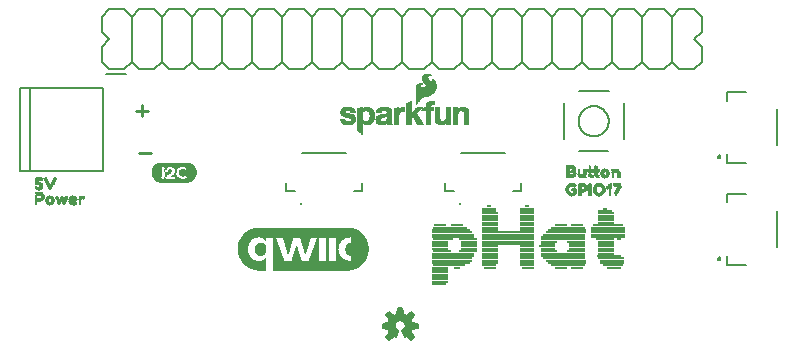
<source format=gto>
G75*
%MOIN*%
%OFA0B0*%
%FSLAX25Y25*%
%IPPOS*%
%LPD*%
%AMOC8*
5,1,8,0,0,1.08239X$1,22.5*
%
%ADD10C,0.01100*%
%ADD11C,0.00800*%
%ADD12C,0.00050*%
%ADD13C,0.00300*%
%ADD14C,0.00591*%
%ADD15R,0.01575X0.00787*%
%ADD16R,0.04724X0.00787*%
%ADD17R,0.05512X0.00787*%
%ADD18R,0.03937X0.00787*%
%ADD19R,0.10236X0.00787*%
%ADD20R,0.11811X0.00787*%
%ADD21R,0.12598X0.00787*%
%ADD22R,0.13386X0.00787*%
%ADD23R,0.17323X0.00787*%
%ADD24R,0.14173X0.00787*%
%ADD25R,0.14961X0.00787*%
%ADD26R,0.07087X0.00787*%
%ADD27R,0.06299X0.00787*%
%ADD28R,0.07874X0.00787*%
%ADD29R,0.08661X0.00787*%
%ADD30R,0.11024X0.00787*%
%ADD31R,0.02362X0.00787*%
%ADD32R,0.10236X0.00157*%
%ADD33R,0.11181X0.00157*%
%ADD34R,0.11811X0.00157*%
%ADD35R,0.12441X0.00157*%
%ADD36R,0.12756X0.00157*%
%ADD37R,0.13071X0.00157*%
%ADD38R,0.13386X0.00157*%
%ADD39R,0.05197X0.00157*%
%ADD40R,0.03465X0.00157*%
%ADD41R,0.03780X0.00157*%
%ADD42R,0.02992X0.00157*%
%ADD43R,0.01260X0.00157*%
%ADD44R,0.02520X0.00157*%
%ADD45R,0.03307X0.00157*%
%ADD46R,0.02835X0.00157*%
%ADD47R,0.00945X0.00157*%
%ADD48R,0.01890X0.00157*%
%ADD49R,0.03150X0.00157*%
%ADD50R,0.00630X0.00157*%
%ADD51R,0.01575X0.00157*%
%ADD52R,0.01102X0.00157*%
%ADD53R,0.00472X0.00157*%
%ADD54R,0.00787X0.00157*%
%ADD55R,0.00315X0.00157*%
%ADD56R,0.03622X0.00157*%
%ADD57R,0.05669X0.00157*%
%ADD58R,0.05827X0.00157*%
%ADD59R,0.02047X0.00157*%
%ADD60R,0.01732X0.00157*%
%ADD61R,0.01417X0.00157*%
%ADD62R,0.05512X0.00157*%
%ADD63C,0.00787*%
%ADD64C,0.01127*%
%ADD65R,0.02205X0.00157*%
%ADD66R,0.02362X0.00157*%
%ADD67R,0.02677X0.00157*%
%ADD68R,0.00157X0.00157*%
%ADD69R,0.04094X0.00157*%
%ADD70R,0.04252X0.00157*%
%ADD71R,0.04409X0.00157*%
D10*
X0151883Y0194503D02*
X0155820Y0194503D01*
X0152852Y0206534D02*
X0152852Y0210471D01*
X0150883Y0208503D02*
X0154820Y0208503D01*
D11*
X0139719Y0215890D02*
X0115310Y0215890D01*
X0115310Y0188331D01*
X0112160Y0188331D01*
X0112160Y0215890D01*
X0115310Y0215890D01*
X0139719Y0215890D02*
X0139719Y0188331D01*
X0115310Y0188331D01*
X0140786Y0220713D02*
X0147286Y0220713D01*
X0146786Y0222213D02*
X0141786Y0222213D01*
X0139286Y0224713D01*
X0139286Y0229713D01*
X0141786Y0232213D01*
X0139286Y0234713D01*
X0139286Y0239713D01*
X0141786Y0242213D01*
X0146786Y0242213D01*
X0149286Y0239713D01*
X0149286Y0224713D01*
X0151786Y0222213D01*
X0156786Y0222213D01*
X0159286Y0224713D01*
X0159286Y0239713D01*
X0156786Y0242213D01*
X0151786Y0242213D01*
X0149286Y0239713D01*
X0159286Y0239713D02*
X0161786Y0242213D01*
X0166786Y0242213D01*
X0169286Y0239713D01*
X0169286Y0224713D01*
X0171786Y0222213D01*
X0176786Y0222213D01*
X0179286Y0224713D01*
X0179286Y0239713D01*
X0181786Y0242213D01*
X0186786Y0242213D01*
X0189286Y0239713D01*
X0189286Y0224713D01*
X0186786Y0222213D01*
X0181786Y0222213D01*
X0179286Y0224713D01*
X0169286Y0224713D02*
X0166786Y0222213D01*
X0161786Y0222213D01*
X0159286Y0224713D01*
X0149286Y0224713D02*
X0146786Y0222213D01*
X0169286Y0239713D02*
X0171786Y0242213D01*
X0176786Y0242213D01*
X0179286Y0239713D01*
X0189286Y0239713D02*
X0191786Y0242213D01*
X0196786Y0242213D01*
X0199286Y0239713D01*
X0199286Y0224713D01*
X0201786Y0222213D01*
X0206786Y0222213D01*
X0209286Y0224713D01*
X0209286Y0239713D01*
X0211786Y0242213D01*
X0216786Y0242213D01*
X0219286Y0239713D01*
X0219286Y0224713D01*
X0221786Y0222213D01*
X0226786Y0222213D01*
X0229286Y0224713D01*
X0229286Y0239713D01*
X0226786Y0242213D01*
X0221786Y0242213D01*
X0219286Y0239713D01*
X0229286Y0239713D02*
X0231786Y0242213D01*
X0236786Y0242213D01*
X0239286Y0239713D01*
X0239286Y0224713D01*
X0241786Y0222213D01*
X0246786Y0222213D01*
X0249286Y0224713D01*
X0249286Y0239713D01*
X0251786Y0242213D01*
X0256786Y0242213D01*
X0259286Y0239713D01*
X0259286Y0224713D01*
X0256786Y0222213D01*
X0251786Y0222213D01*
X0249286Y0224713D01*
X0239286Y0224713D02*
X0236786Y0222213D01*
X0231786Y0222213D01*
X0229286Y0224713D01*
X0219286Y0224713D02*
X0216786Y0222213D01*
X0211786Y0222213D01*
X0209286Y0224713D01*
X0199286Y0224713D02*
X0196786Y0222213D01*
X0191786Y0222213D01*
X0189286Y0224713D01*
X0199286Y0239713D02*
X0201786Y0242213D01*
X0206786Y0242213D01*
X0209286Y0239713D01*
X0239286Y0239713D02*
X0241786Y0242213D01*
X0246786Y0242213D01*
X0249286Y0239713D01*
X0259286Y0239713D02*
X0261786Y0242213D01*
X0266786Y0242213D01*
X0269286Y0239713D01*
X0269286Y0224713D01*
X0271786Y0222213D01*
X0276786Y0222213D01*
X0279286Y0224713D01*
X0281786Y0222213D01*
X0286786Y0222213D01*
X0289286Y0224713D01*
X0291786Y0222213D01*
X0296786Y0222213D01*
X0299286Y0224713D01*
X0301786Y0222213D01*
X0306786Y0222213D01*
X0309286Y0224713D01*
X0311786Y0222213D01*
X0316786Y0222213D01*
X0319286Y0224713D01*
X0321786Y0222213D01*
X0326786Y0222213D01*
X0329286Y0224713D01*
X0331786Y0222213D01*
X0336786Y0222213D01*
X0339286Y0224713D01*
X0339286Y0229713D01*
X0336786Y0232213D01*
X0339286Y0234713D01*
X0339286Y0239713D01*
X0336786Y0242213D01*
X0331786Y0242213D01*
X0329286Y0239713D01*
X0329286Y0224713D01*
X0319286Y0224713D02*
X0319286Y0239713D01*
X0321786Y0242213D01*
X0326786Y0242213D01*
X0329286Y0239713D01*
X0319286Y0239713D02*
X0316786Y0242213D01*
X0311786Y0242213D01*
X0309286Y0239713D01*
X0309286Y0224713D01*
X0299286Y0224713D02*
X0299286Y0239713D01*
X0296786Y0242213D01*
X0291786Y0242213D01*
X0289286Y0239713D01*
X0289286Y0224713D01*
X0279286Y0224713D02*
X0279286Y0239713D01*
X0281786Y0242213D01*
X0286786Y0242213D01*
X0289286Y0239713D01*
X0299286Y0239713D02*
X0301786Y0242213D01*
X0306786Y0242213D01*
X0309286Y0239713D01*
X0279286Y0239713D02*
X0276786Y0242213D01*
X0271786Y0242213D01*
X0269286Y0239713D01*
X0269286Y0224713D02*
X0266786Y0222213D01*
X0261786Y0222213D01*
X0259286Y0224713D01*
X0293333Y0211063D02*
X0293333Y0198937D01*
X0298451Y0195000D02*
X0308215Y0195000D01*
X0313333Y0198937D02*
X0313333Y0211063D01*
X0308333Y0215000D02*
X0298451Y0215000D01*
X0298333Y0205000D02*
X0298335Y0205141D01*
X0298341Y0205282D01*
X0298351Y0205422D01*
X0298365Y0205562D01*
X0298383Y0205702D01*
X0298404Y0205841D01*
X0298430Y0205980D01*
X0298459Y0206118D01*
X0298493Y0206254D01*
X0298530Y0206390D01*
X0298571Y0206525D01*
X0298616Y0206659D01*
X0298665Y0206791D01*
X0298717Y0206922D01*
X0298773Y0207051D01*
X0298833Y0207178D01*
X0298896Y0207304D01*
X0298962Y0207428D01*
X0299033Y0207551D01*
X0299106Y0207671D01*
X0299183Y0207789D01*
X0299263Y0207905D01*
X0299347Y0208018D01*
X0299433Y0208129D01*
X0299523Y0208238D01*
X0299616Y0208344D01*
X0299711Y0208447D01*
X0299810Y0208548D01*
X0299911Y0208646D01*
X0300015Y0208741D01*
X0300122Y0208833D01*
X0300231Y0208922D01*
X0300343Y0209007D01*
X0300457Y0209090D01*
X0300573Y0209170D01*
X0300692Y0209246D01*
X0300813Y0209318D01*
X0300935Y0209388D01*
X0301060Y0209453D01*
X0301186Y0209516D01*
X0301314Y0209574D01*
X0301444Y0209629D01*
X0301575Y0209681D01*
X0301708Y0209728D01*
X0301842Y0209772D01*
X0301977Y0209813D01*
X0302113Y0209849D01*
X0302250Y0209881D01*
X0302388Y0209910D01*
X0302526Y0209935D01*
X0302666Y0209955D01*
X0302806Y0209972D01*
X0302946Y0209985D01*
X0303087Y0209994D01*
X0303227Y0209999D01*
X0303368Y0210000D01*
X0303509Y0209997D01*
X0303650Y0209990D01*
X0303790Y0209979D01*
X0303930Y0209964D01*
X0304070Y0209945D01*
X0304209Y0209923D01*
X0304347Y0209896D01*
X0304485Y0209866D01*
X0304621Y0209831D01*
X0304757Y0209793D01*
X0304891Y0209751D01*
X0305025Y0209705D01*
X0305157Y0209656D01*
X0305287Y0209602D01*
X0305416Y0209545D01*
X0305543Y0209485D01*
X0305669Y0209421D01*
X0305792Y0209353D01*
X0305914Y0209282D01*
X0306034Y0209208D01*
X0306151Y0209130D01*
X0306266Y0209049D01*
X0306379Y0208965D01*
X0306490Y0208878D01*
X0306598Y0208787D01*
X0306703Y0208694D01*
X0306806Y0208597D01*
X0306906Y0208498D01*
X0307003Y0208396D01*
X0307097Y0208291D01*
X0307188Y0208184D01*
X0307276Y0208074D01*
X0307361Y0207962D01*
X0307443Y0207847D01*
X0307522Y0207730D01*
X0307597Y0207611D01*
X0307669Y0207490D01*
X0307737Y0207367D01*
X0307802Y0207242D01*
X0307864Y0207115D01*
X0307921Y0206986D01*
X0307976Y0206856D01*
X0308026Y0206725D01*
X0308073Y0206592D01*
X0308116Y0206458D01*
X0308155Y0206322D01*
X0308190Y0206186D01*
X0308222Y0206049D01*
X0308249Y0205911D01*
X0308273Y0205772D01*
X0308293Y0205632D01*
X0308309Y0205492D01*
X0308321Y0205352D01*
X0308329Y0205211D01*
X0308333Y0205070D01*
X0308333Y0204930D01*
X0308329Y0204789D01*
X0308321Y0204648D01*
X0308309Y0204508D01*
X0308293Y0204368D01*
X0308273Y0204228D01*
X0308249Y0204089D01*
X0308222Y0203951D01*
X0308190Y0203814D01*
X0308155Y0203678D01*
X0308116Y0203542D01*
X0308073Y0203408D01*
X0308026Y0203275D01*
X0307976Y0203144D01*
X0307921Y0203014D01*
X0307864Y0202885D01*
X0307802Y0202758D01*
X0307737Y0202633D01*
X0307669Y0202510D01*
X0307597Y0202389D01*
X0307522Y0202270D01*
X0307443Y0202153D01*
X0307361Y0202038D01*
X0307276Y0201926D01*
X0307188Y0201816D01*
X0307097Y0201709D01*
X0307003Y0201604D01*
X0306906Y0201502D01*
X0306806Y0201403D01*
X0306703Y0201306D01*
X0306598Y0201213D01*
X0306490Y0201122D01*
X0306379Y0201035D01*
X0306266Y0200951D01*
X0306151Y0200870D01*
X0306034Y0200792D01*
X0305914Y0200718D01*
X0305792Y0200647D01*
X0305669Y0200579D01*
X0305543Y0200515D01*
X0305416Y0200455D01*
X0305287Y0200398D01*
X0305157Y0200344D01*
X0305025Y0200295D01*
X0304891Y0200249D01*
X0304757Y0200207D01*
X0304621Y0200169D01*
X0304485Y0200134D01*
X0304347Y0200104D01*
X0304209Y0200077D01*
X0304070Y0200055D01*
X0303930Y0200036D01*
X0303790Y0200021D01*
X0303650Y0200010D01*
X0303509Y0200003D01*
X0303368Y0200000D01*
X0303227Y0200001D01*
X0303087Y0200006D01*
X0302946Y0200015D01*
X0302806Y0200028D01*
X0302666Y0200045D01*
X0302526Y0200065D01*
X0302388Y0200090D01*
X0302250Y0200119D01*
X0302113Y0200151D01*
X0301977Y0200187D01*
X0301842Y0200228D01*
X0301708Y0200272D01*
X0301575Y0200319D01*
X0301444Y0200371D01*
X0301314Y0200426D01*
X0301186Y0200484D01*
X0301060Y0200547D01*
X0300935Y0200612D01*
X0300813Y0200682D01*
X0300692Y0200754D01*
X0300573Y0200830D01*
X0300457Y0200910D01*
X0300343Y0200993D01*
X0300231Y0201078D01*
X0300122Y0201167D01*
X0300015Y0201259D01*
X0299911Y0201354D01*
X0299810Y0201452D01*
X0299711Y0201553D01*
X0299616Y0201656D01*
X0299523Y0201762D01*
X0299433Y0201871D01*
X0299347Y0201982D01*
X0299263Y0202095D01*
X0299183Y0202211D01*
X0299106Y0202329D01*
X0299033Y0202449D01*
X0298962Y0202572D01*
X0298896Y0202696D01*
X0298833Y0202822D01*
X0298773Y0202949D01*
X0298717Y0203078D01*
X0298665Y0203209D01*
X0298616Y0203341D01*
X0298571Y0203475D01*
X0298530Y0203610D01*
X0298493Y0203746D01*
X0298459Y0203882D01*
X0298430Y0204020D01*
X0298404Y0204159D01*
X0298383Y0204298D01*
X0298365Y0204438D01*
X0298351Y0204578D01*
X0298341Y0204718D01*
X0298335Y0204859D01*
X0298333Y0205000D01*
X0344752Y0193157D02*
X0344754Y0193197D01*
X0344760Y0193236D01*
X0344770Y0193275D01*
X0344783Y0193312D01*
X0344801Y0193348D01*
X0344822Y0193382D01*
X0344846Y0193414D01*
X0344873Y0193443D01*
X0344903Y0193470D01*
X0344935Y0193493D01*
X0344970Y0193513D01*
X0345006Y0193529D01*
X0345044Y0193542D01*
X0345083Y0193551D01*
X0345122Y0193556D01*
X0345162Y0193557D01*
X0345202Y0193554D01*
X0345241Y0193547D01*
X0345279Y0193536D01*
X0345317Y0193522D01*
X0345352Y0193503D01*
X0345385Y0193482D01*
X0345417Y0193457D01*
X0345445Y0193429D01*
X0345471Y0193399D01*
X0345493Y0193366D01*
X0345512Y0193331D01*
X0345528Y0193294D01*
X0345540Y0193256D01*
X0345548Y0193217D01*
X0345552Y0193177D01*
X0345552Y0193137D01*
X0345548Y0193097D01*
X0345540Y0193058D01*
X0345528Y0193020D01*
X0345512Y0192983D01*
X0345493Y0192948D01*
X0345471Y0192915D01*
X0345445Y0192885D01*
X0345417Y0192857D01*
X0345385Y0192832D01*
X0345352Y0192811D01*
X0345317Y0192792D01*
X0345279Y0192778D01*
X0345241Y0192767D01*
X0345202Y0192760D01*
X0345162Y0192757D01*
X0345122Y0192758D01*
X0345083Y0192763D01*
X0345044Y0192772D01*
X0345006Y0192785D01*
X0344970Y0192801D01*
X0344935Y0192821D01*
X0344903Y0192844D01*
X0344873Y0192871D01*
X0344846Y0192900D01*
X0344822Y0192932D01*
X0344801Y0192966D01*
X0344783Y0193002D01*
X0344770Y0193039D01*
X0344760Y0193078D01*
X0344754Y0193117D01*
X0344752Y0193157D01*
X0347711Y0194142D02*
X0347711Y0191189D01*
X0354207Y0191189D01*
X0364444Y0197094D02*
X0364444Y0208906D01*
X0354207Y0214811D02*
X0347711Y0214811D01*
X0347711Y0211858D01*
X0347711Y0180814D02*
X0354207Y0180814D01*
X0347711Y0180814D02*
X0347711Y0177861D01*
X0364443Y0174909D02*
X0364443Y0163098D01*
X0354207Y0157192D02*
X0347711Y0157192D01*
X0347711Y0160145D01*
X0344752Y0159161D02*
X0344754Y0159201D01*
X0344760Y0159240D01*
X0344770Y0159279D01*
X0344783Y0159316D01*
X0344801Y0159352D01*
X0344822Y0159386D01*
X0344846Y0159418D01*
X0344873Y0159447D01*
X0344903Y0159474D01*
X0344935Y0159497D01*
X0344970Y0159517D01*
X0345006Y0159533D01*
X0345044Y0159546D01*
X0345083Y0159555D01*
X0345122Y0159560D01*
X0345162Y0159561D01*
X0345202Y0159558D01*
X0345241Y0159551D01*
X0345279Y0159540D01*
X0345317Y0159526D01*
X0345352Y0159507D01*
X0345385Y0159486D01*
X0345417Y0159461D01*
X0345445Y0159433D01*
X0345471Y0159403D01*
X0345493Y0159370D01*
X0345512Y0159335D01*
X0345528Y0159298D01*
X0345540Y0159260D01*
X0345548Y0159221D01*
X0345552Y0159181D01*
X0345552Y0159141D01*
X0345548Y0159101D01*
X0345540Y0159062D01*
X0345528Y0159024D01*
X0345512Y0158987D01*
X0345493Y0158952D01*
X0345471Y0158919D01*
X0345445Y0158889D01*
X0345417Y0158861D01*
X0345385Y0158836D01*
X0345352Y0158815D01*
X0345317Y0158796D01*
X0345279Y0158782D01*
X0345241Y0158771D01*
X0345202Y0158764D01*
X0345162Y0158761D01*
X0345122Y0158762D01*
X0345083Y0158767D01*
X0345044Y0158776D01*
X0345006Y0158789D01*
X0344970Y0158805D01*
X0344935Y0158825D01*
X0344903Y0158848D01*
X0344873Y0158875D01*
X0344846Y0158904D01*
X0344822Y0158936D01*
X0344801Y0158970D01*
X0344783Y0159006D01*
X0344770Y0159043D01*
X0344760Y0159082D01*
X0344754Y0159121D01*
X0344752Y0159161D01*
D12*
X0187782Y0156702D02*
X0186817Y0157497D01*
X0186676Y0157650D01*
X0186013Y0158453D01*
X0185889Y0158620D01*
X0185292Y0159718D01*
X0185220Y0159913D01*
X0184854Y0161108D01*
X0184728Y0162352D01*
X0184719Y0162560D01*
X0184845Y0163804D01*
X0184884Y0164007D01*
X0185255Y0165201D01*
X0185348Y0165387D01*
X0185846Y0166303D01*
X0185956Y0166478D01*
X0186752Y0167443D01*
X0186908Y0167579D01*
X0187712Y0168242D01*
X0187882Y0168362D01*
X0188981Y0168958D01*
X0190173Y0169333D01*
X0190374Y0169384D01*
X0191618Y0169509D01*
X0191826Y0169521D01*
X0221001Y0169521D01*
X0221207Y0169500D01*
X0222244Y0169395D01*
X0222450Y0169367D01*
X0223644Y0168997D01*
X0223834Y0168914D01*
X0224932Y0168316D01*
X0225897Y0167521D01*
X0226041Y0167372D01*
X0226833Y0166405D01*
X0227430Y0165306D01*
X0227506Y0165113D01*
X0227877Y0163919D01*
X0228003Y0162675D01*
X0228017Y0162468D01*
X0227892Y0161224D01*
X0227857Y0161019D01*
X0227487Y0159825D01*
X0227398Y0159637D01*
X0226901Y0158722D01*
X0226795Y0158543D01*
X0225999Y0157579D01*
X0225845Y0157439D01*
X0225042Y0156776D01*
X0224875Y0156652D01*
X0223776Y0156056D01*
X0223581Y0155985D01*
X0222586Y0155676D01*
X0222385Y0155620D01*
X0221141Y0155495D01*
X0220934Y0155481D01*
X0196761Y0155481D01*
X0196567Y0155476D01*
X0196557Y0166473D01*
X0196941Y0166472D01*
X0199896Y0158486D01*
X0199932Y0158383D01*
X0202563Y0158383D01*
X0202618Y0158550D01*
X0204105Y0163325D01*
X0204167Y0163235D01*
X0205641Y0158456D01*
X0205665Y0158383D01*
X0208296Y0158383D01*
X0208324Y0158458D01*
X0211267Y0166481D01*
X0211559Y0166478D01*
X0211557Y0166284D01*
X0211557Y0158573D01*
X0211556Y0158383D01*
X0214206Y0158383D01*
X0214206Y0158532D01*
X0214744Y0158606D01*
X0214741Y0158383D01*
X0217392Y0158383D01*
X0217388Y0158545D01*
X0218932Y0159548D01*
X0219103Y0159360D01*
X0220337Y0158584D01*
X0221980Y0158301D01*
X0222187Y0158297D01*
X0222395Y0158306D01*
X0222587Y0158316D01*
X0222577Y0160430D01*
X0222418Y0160434D01*
X0222220Y0160449D01*
X0222015Y0160479D01*
X0221607Y0160566D01*
X0221423Y0160653D01*
X0221094Y0160909D01*
X0220957Y0161059D01*
X0220665Y0161611D01*
X0220574Y0162230D01*
X0220552Y0162436D01*
X0220644Y0163055D01*
X0220692Y0163255D01*
X0220987Y0163806D01*
X0221144Y0163940D01*
X0221472Y0164197D01*
X0221667Y0164260D01*
X0222075Y0164348D01*
X0222281Y0164364D01*
X0222488Y0164340D01*
X0222577Y0164324D01*
X0222577Y0166406D01*
X0222572Y0166555D01*
X0222294Y0166560D01*
X0222086Y0166565D01*
X0221880Y0166535D01*
X0220443Y0166285D01*
X0220253Y0166209D01*
X0219025Y0165423D01*
X0218232Y0164199D01*
X0218155Y0164010D01*
X0217902Y0162573D01*
X0217874Y0162368D01*
X0218166Y0160726D01*
X0218274Y0160549D01*
X0218930Y0159544D01*
X0217392Y0158550D01*
X0217392Y0166480D01*
X0217240Y0166477D01*
X0214744Y0166473D01*
X0214744Y0158603D01*
X0214205Y0158531D01*
X0214205Y0166400D01*
X0214203Y0166477D01*
X0208663Y0166477D01*
X0208624Y0166371D01*
X0207091Y0161174D01*
X0207032Y0161018D01*
X0205453Y0166429D01*
X0205441Y0166477D01*
X0202898Y0166477D01*
X0202863Y0166366D01*
X0201356Y0161162D01*
X0201308Y0161021D01*
X0199706Y0166437D01*
X0199697Y0166477D01*
X0197026Y0166477D01*
X0196888Y0166477D01*
X0196667Y0166477D01*
X0196504Y0166477D01*
X0193903Y0166477D01*
X0193904Y0166367D01*
X0193904Y0165403D01*
X0193846Y0165482D01*
X0193709Y0165640D01*
X0193559Y0165784D01*
X0193403Y0165922D01*
X0193234Y0166044D01*
X0193058Y0166154D01*
X0192876Y0166255D01*
X0192489Y0166409D01*
X0192288Y0166464D01*
X0192084Y0166507D01*
X0191878Y0166540D01*
X0191463Y0166566D01*
X0190633Y0166486D01*
X0190035Y0166305D01*
X0189844Y0166225D01*
X0189298Y0165921D01*
X0188830Y0165505D01*
X0188693Y0165351D01*
X0188325Y0164845D01*
X0188065Y0164277D01*
X0187990Y0164083D01*
X0187839Y0163476D01*
X0187802Y0163272D01*
X0187743Y0162441D01*
X0187806Y0161610D01*
X0187849Y0161406D01*
X0187998Y0160799D01*
X0188076Y0160606D01*
X0188334Y0160037D01*
X0188700Y0159530D01*
X0188836Y0159374D01*
X0189301Y0158956D01*
X0189844Y0158646D01*
X0190031Y0158558D01*
X0190629Y0158375D01*
X0190834Y0158342D01*
X0191456Y0158283D01*
X0191872Y0158297D01*
X0192283Y0158366D01*
X0192484Y0158422D01*
X0192680Y0158491D01*
X0192873Y0158570D01*
X0193055Y0158671D01*
X0193232Y0158781D01*
X0193399Y0158905D01*
X0193555Y0159043D01*
X0193703Y0159189D01*
X0193837Y0159349D01*
X0193904Y0159438D01*
X0193904Y0155577D01*
X0193902Y0155481D01*
X0191708Y0155483D01*
X0190464Y0155609D01*
X0190259Y0155642D01*
X0189065Y0156012D01*
X0188877Y0156100D01*
X0187961Y0156597D01*
X0187782Y0156702D01*
X0187761Y0156719D02*
X0193904Y0156719D01*
X0193904Y0156767D02*
X0187702Y0156767D01*
X0187644Y0156816D02*
X0193904Y0156816D01*
X0193904Y0156864D02*
X0187585Y0156864D01*
X0187526Y0156913D02*
X0193904Y0156913D01*
X0193904Y0156961D02*
X0187467Y0156961D01*
X0187409Y0157010D02*
X0193904Y0157010D01*
X0193904Y0157058D02*
X0187350Y0157058D01*
X0187291Y0157107D02*
X0193904Y0157107D01*
X0193904Y0157155D02*
X0187232Y0157155D01*
X0187173Y0157204D02*
X0193904Y0157204D01*
X0193904Y0157252D02*
X0187115Y0157252D01*
X0187056Y0157301D02*
X0193904Y0157301D01*
X0193904Y0157349D02*
X0186997Y0157349D01*
X0186938Y0157398D02*
X0193904Y0157398D01*
X0193904Y0157446D02*
X0186879Y0157446D01*
X0186821Y0157495D02*
X0193904Y0157495D01*
X0193904Y0157543D02*
X0186775Y0157543D01*
X0186730Y0157592D02*
X0193904Y0157592D01*
X0193904Y0157640D02*
X0186685Y0157640D01*
X0186644Y0157689D02*
X0193904Y0157689D01*
X0193904Y0157737D02*
X0186604Y0157737D01*
X0186564Y0157786D02*
X0193904Y0157786D01*
X0193904Y0157834D02*
X0186524Y0157834D01*
X0186484Y0157883D02*
X0193904Y0157883D01*
X0193904Y0157931D02*
X0186444Y0157931D01*
X0186404Y0157980D02*
X0193904Y0157980D01*
X0193904Y0158029D02*
X0186364Y0158029D01*
X0186324Y0158077D02*
X0193904Y0158077D01*
X0193904Y0158126D02*
X0186284Y0158126D01*
X0186244Y0158174D02*
X0193904Y0158174D01*
X0193904Y0158223D02*
X0186204Y0158223D01*
X0186164Y0158271D02*
X0193904Y0158271D01*
X0193904Y0158320D02*
X0192008Y0158320D01*
X0192290Y0158368D02*
X0193904Y0158368D01*
X0193904Y0158417D02*
X0192464Y0158417D01*
X0192606Y0158465D02*
X0193904Y0158465D01*
X0193904Y0158514D02*
X0192735Y0158514D01*
X0192853Y0158562D02*
X0193904Y0158562D01*
X0193904Y0158611D02*
X0192945Y0158611D01*
X0193033Y0158659D02*
X0193904Y0158659D01*
X0193904Y0158708D02*
X0193113Y0158708D01*
X0193191Y0158756D02*
X0193904Y0158756D01*
X0193904Y0158805D02*
X0193263Y0158805D01*
X0193329Y0158853D02*
X0193904Y0158853D01*
X0193904Y0158902D02*
X0193395Y0158902D01*
X0193450Y0158950D02*
X0193904Y0158950D01*
X0193904Y0158999D02*
X0193505Y0158999D01*
X0193559Y0159047D02*
X0193904Y0159047D01*
X0193904Y0159096D02*
X0193608Y0159096D01*
X0193658Y0159144D02*
X0193904Y0159144D01*
X0193904Y0159193D02*
X0193707Y0159193D01*
X0193747Y0159241D02*
X0193904Y0159241D01*
X0193904Y0159290D02*
X0193787Y0159290D01*
X0193828Y0159338D02*
X0193904Y0159338D01*
X0193904Y0159387D02*
X0193866Y0159387D01*
X0193903Y0159435D02*
X0193904Y0159435D01*
X0192981Y0160600D02*
X0191353Y0160600D01*
X0191327Y0160615D02*
X0191504Y0160510D01*
X0192117Y0160384D01*
X0192322Y0160405D01*
X0192731Y0160490D01*
X0192924Y0160557D01*
X0193424Y0160935D01*
X0193728Y0161482D01*
X0193795Y0161677D01*
X0193890Y0162296D01*
X0193888Y0162503D01*
X0193793Y0163122D01*
X0190531Y0163122D01*
X0190524Y0163074D02*
X0193801Y0163074D01*
X0193793Y0163122D02*
X0193725Y0163316D01*
X0193418Y0163861D01*
X0192916Y0164237D01*
X0192721Y0164299D01*
X0192312Y0164383D01*
X0192107Y0164400D01*
X0191493Y0164273D01*
X0191319Y0164164D01*
X0190985Y0163914D01*
X0190850Y0163760D01*
X0190545Y0163213D01*
X0190419Y0162387D01*
X0190550Y0161563D01*
X0190855Y0161016D01*
X0190993Y0160865D01*
X0191327Y0160615D01*
X0191283Y0160648D02*
X0193045Y0160648D01*
X0193109Y0160697D02*
X0191218Y0160697D01*
X0191153Y0160745D02*
X0193173Y0160745D01*
X0193238Y0160794D02*
X0191088Y0160794D01*
X0191024Y0160842D02*
X0193302Y0160842D01*
X0193366Y0160891D02*
X0190970Y0160891D01*
X0190925Y0160939D02*
X0193427Y0160939D01*
X0193454Y0160988D02*
X0190881Y0160988D01*
X0190844Y0161036D02*
X0193481Y0161036D01*
X0193508Y0161085D02*
X0190817Y0161085D01*
X0190790Y0161133D02*
X0193535Y0161133D01*
X0193562Y0161182D02*
X0190763Y0161182D01*
X0190736Y0161230D02*
X0193588Y0161230D01*
X0193615Y0161279D02*
X0190708Y0161279D01*
X0190681Y0161327D02*
X0193642Y0161327D01*
X0193669Y0161376D02*
X0190654Y0161376D01*
X0190627Y0161424D02*
X0193696Y0161424D01*
X0193723Y0161473D02*
X0190600Y0161473D01*
X0190573Y0161521D02*
X0193742Y0161521D01*
X0193758Y0161570D02*
X0190549Y0161570D01*
X0190541Y0161618D02*
X0193775Y0161618D01*
X0193791Y0161667D02*
X0190533Y0161667D01*
X0190526Y0161715D02*
X0193800Y0161715D01*
X0193808Y0161764D02*
X0190518Y0161764D01*
X0190510Y0161812D02*
X0193815Y0161812D01*
X0193823Y0161861D02*
X0190503Y0161861D01*
X0190495Y0161909D02*
X0193830Y0161909D01*
X0193838Y0161958D02*
X0190487Y0161958D01*
X0190480Y0162006D02*
X0193845Y0162006D01*
X0193853Y0162055D02*
X0190472Y0162055D01*
X0190464Y0162103D02*
X0193860Y0162103D01*
X0193867Y0162152D02*
X0190457Y0162152D01*
X0190449Y0162200D02*
X0193875Y0162200D01*
X0193882Y0162249D02*
X0190441Y0162249D01*
X0190434Y0162298D02*
X0193890Y0162298D01*
X0193889Y0162346D02*
X0190426Y0162346D01*
X0190420Y0162395D02*
X0193889Y0162395D01*
X0193888Y0162443D02*
X0190428Y0162443D01*
X0190435Y0162492D02*
X0193888Y0162492D01*
X0193882Y0162540D02*
X0190443Y0162540D01*
X0190450Y0162589D02*
X0193875Y0162589D01*
X0193867Y0162637D02*
X0190457Y0162637D01*
X0190465Y0162686D02*
X0193860Y0162686D01*
X0193852Y0162734D02*
X0190472Y0162734D01*
X0190479Y0162783D02*
X0193845Y0162783D01*
X0193838Y0162831D02*
X0190487Y0162831D01*
X0190494Y0162880D02*
X0193830Y0162880D01*
X0193823Y0162928D02*
X0190501Y0162928D01*
X0190509Y0162977D02*
X0193815Y0162977D01*
X0193808Y0163025D02*
X0190516Y0163025D01*
X0190538Y0163171D02*
X0193776Y0163171D01*
X0193759Y0163219D02*
X0190548Y0163219D01*
X0190575Y0163268D02*
X0193742Y0163268D01*
X0193725Y0163316D02*
X0190602Y0163316D01*
X0190629Y0163365D02*
X0193697Y0163365D01*
X0193670Y0163413D02*
X0190657Y0163413D01*
X0190684Y0163462D02*
X0193643Y0163462D01*
X0193615Y0163510D02*
X0190711Y0163510D01*
X0190738Y0163559D02*
X0193588Y0163559D01*
X0193561Y0163607D02*
X0190765Y0163607D01*
X0190792Y0163656D02*
X0193534Y0163656D01*
X0193506Y0163704D02*
X0190819Y0163704D01*
X0190846Y0163753D02*
X0193479Y0163753D01*
X0193452Y0163801D02*
X0190886Y0163801D01*
X0190929Y0163850D02*
X0193424Y0163850D01*
X0193368Y0163898D02*
X0190971Y0163898D01*
X0191029Y0163947D02*
X0193303Y0163947D01*
X0193239Y0163995D02*
X0191094Y0163995D01*
X0191158Y0164044D02*
X0193174Y0164044D01*
X0193109Y0164092D02*
X0191223Y0164092D01*
X0191288Y0164141D02*
X0193044Y0164141D01*
X0192979Y0164189D02*
X0191359Y0164189D01*
X0191437Y0164238D02*
X0192912Y0164238D01*
X0192760Y0164286D02*
X0191558Y0164286D01*
X0191793Y0164335D02*
X0192545Y0164335D01*
X0192305Y0164383D02*
X0192029Y0164383D01*
X0193097Y0166130D02*
X0193904Y0166130D01*
X0193904Y0166178D02*
X0193015Y0166178D01*
X0192927Y0166227D02*
X0193904Y0166227D01*
X0193904Y0166275D02*
X0192825Y0166275D01*
X0192702Y0166324D02*
X0193904Y0166324D01*
X0193904Y0166372D02*
X0192580Y0166372D01*
X0192444Y0166421D02*
X0193904Y0166421D01*
X0193903Y0166469D02*
X0192263Y0166469D01*
X0192017Y0166518D02*
X0221783Y0166518D01*
X0221505Y0166469D02*
X0217392Y0166469D01*
X0217392Y0166421D02*
X0221226Y0166421D01*
X0220948Y0166372D02*
X0217392Y0166372D01*
X0217392Y0166324D02*
X0220669Y0166324D01*
X0220420Y0166275D02*
X0217392Y0166275D01*
X0217392Y0166227D02*
X0220298Y0166227D01*
X0220205Y0166178D02*
X0217392Y0166178D01*
X0217392Y0166130D02*
X0220129Y0166130D01*
X0220054Y0166081D02*
X0217392Y0166081D01*
X0217392Y0166033D02*
X0219978Y0166033D01*
X0219902Y0165984D02*
X0217392Y0165984D01*
X0217392Y0165936D02*
X0219826Y0165936D01*
X0219750Y0165887D02*
X0217392Y0165887D01*
X0217392Y0165839D02*
X0219674Y0165839D01*
X0219599Y0165790D02*
X0217392Y0165790D01*
X0217392Y0165742D02*
X0219523Y0165742D01*
X0219447Y0165693D02*
X0217392Y0165693D01*
X0217392Y0165645D02*
X0219371Y0165645D01*
X0219295Y0165596D02*
X0217392Y0165596D01*
X0217392Y0165548D02*
X0219219Y0165548D01*
X0219144Y0165499D02*
X0217392Y0165499D01*
X0217392Y0165451D02*
X0219068Y0165451D01*
X0219011Y0165402D02*
X0217392Y0165402D01*
X0217392Y0165354D02*
X0218980Y0165354D01*
X0218948Y0165305D02*
X0217392Y0165305D01*
X0217392Y0165257D02*
X0218917Y0165257D01*
X0218885Y0165208D02*
X0217392Y0165208D01*
X0217392Y0165160D02*
X0218854Y0165160D01*
X0218823Y0165111D02*
X0217392Y0165111D01*
X0217392Y0165063D02*
X0218791Y0165063D01*
X0218760Y0165014D02*
X0217392Y0165014D01*
X0217392Y0164966D02*
X0218728Y0164966D01*
X0218697Y0164917D02*
X0217392Y0164917D01*
X0217392Y0164869D02*
X0218666Y0164869D01*
X0218634Y0164820D02*
X0217392Y0164820D01*
X0217392Y0164772D02*
X0218603Y0164772D01*
X0218571Y0164723D02*
X0217392Y0164723D01*
X0217392Y0164675D02*
X0218540Y0164675D01*
X0218509Y0164626D02*
X0217392Y0164626D01*
X0217392Y0164578D02*
X0218477Y0164578D01*
X0218446Y0164529D02*
X0217392Y0164529D01*
X0217392Y0164481D02*
X0218414Y0164481D01*
X0218383Y0164432D02*
X0217392Y0164432D01*
X0217392Y0164383D02*
X0218352Y0164383D01*
X0218320Y0164335D02*
X0217392Y0164335D01*
X0217392Y0164286D02*
X0218289Y0164286D01*
X0218257Y0164238D02*
X0217392Y0164238D01*
X0217392Y0164189D02*
X0218228Y0164189D01*
X0218208Y0164141D02*
X0217392Y0164141D01*
X0217392Y0164092D02*
X0218189Y0164092D01*
X0218169Y0164044D02*
X0217392Y0164044D01*
X0217392Y0163995D02*
X0218152Y0163995D01*
X0218144Y0163947D02*
X0217392Y0163947D01*
X0217392Y0163898D02*
X0218135Y0163898D01*
X0218127Y0163850D02*
X0217392Y0163850D01*
X0217392Y0163801D02*
X0218118Y0163801D01*
X0218109Y0163753D02*
X0217392Y0163753D01*
X0217392Y0163704D02*
X0218101Y0163704D01*
X0218092Y0163656D02*
X0217392Y0163656D01*
X0217392Y0163607D02*
X0218084Y0163607D01*
X0218075Y0163559D02*
X0217392Y0163559D01*
X0217392Y0163510D02*
X0218067Y0163510D01*
X0218058Y0163462D02*
X0217392Y0163462D01*
X0217392Y0163413D02*
X0218050Y0163413D01*
X0218041Y0163365D02*
X0217392Y0163365D01*
X0217392Y0163316D02*
X0218033Y0163316D01*
X0218024Y0163268D02*
X0217392Y0163268D01*
X0217392Y0163219D02*
X0218016Y0163219D01*
X0218007Y0163171D02*
X0217392Y0163171D01*
X0217392Y0163122D02*
X0217999Y0163122D01*
X0217990Y0163074D02*
X0217392Y0163074D01*
X0217392Y0163025D02*
X0217982Y0163025D01*
X0217973Y0162977D02*
X0217392Y0162977D01*
X0217392Y0162928D02*
X0217964Y0162928D01*
X0217956Y0162880D02*
X0217392Y0162880D01*
X0217392Y0162831D02*
X0217947Y0162831D01*
X0217939Y0162783D02*
X0217392Y0162783D01*
X0217392Y0162734D02*
X0217930Y0162734D01*
X0217922Y0162686D02*
X0217392Y0162686D01*
X0217392Y0162637D02*
X0217913Y0162637D01*
X0217905Y0162589D02*
X0217392Y0162589D01*
X0217392Y0162540D02*
X0217898Y0162540D01*
X0217891Y0162492D02*
X0217392Y0162492D01*
X0217392Y0162443D02*
X0217885Y0162443D01*
X0217878Y0162395D02*
X0217392Y0162395D01*
X0217392Y0162346D02*
X0217878Y0162346D01*
X0217887Y0162298D02*
X0217392Y0162298D01*
X0217392Y0162249D02*
X0217896Y0162249D01*
X0217904Y0162200D02*
X0217392Y0162200D01*
X0217392Y0162152D02*
X0217913Y0162152D01*
X0217921Y0162103D02*
X0217392Y0162103D01*
X0217392Y0162055D02*
X0217930Y0162055D01*
X0217939Y0162006D02*
X0217392Y0162006D01*
X0217392Y0161958D02*
X0217947Y0161958D01*
X0217956Y0161909D02*
X0217392Y0161909D01*
X0217392Y0161861D02*
X0217964Y0161861D01*
X0217973Y0161812D02*
X0217392Y0161812D01*
X0217392Y0161764D02*
X0217982Y0161764D01*
X0217990Y0161715D02*
X0217392Y0161715D01*
X0217392Y0161667D02*
X0217999Y0161667D01*
X0218008Y0161618D02*
X0217392Y0161618D01*
X0217392Y0161570D02*
X0218016Y0161570D01*
X0218025Y0161521D02*
X0217392Y0161521D01*
X0217392Y0161473D02*
X0218033Y0161473D01*
X0218042Y0161424D02*
X0217392Y0161424D01*
X0217392Y0161376D02*
X0218051Y0161376D01*
X0218059Y0161327D02*
X0217392Y0161327D01*
X0217392Y0161279D02*
X0218068Y0161279D01*
X0218076Y0161230D02*
X0217392Y0161230D01*
X0217392Y0161182D02*
X0218085Y0161182D01*
X0218094Y0161133D02*
X0217392Y0161133D01*
X0217392Y0161085D02*
X0218102Y0161085D01*
X0218111Y0161036D02*
X0217392Y0161036D01*
X0217392Y0160988D02*
X0218119Y0160988D01*
X0218128Y0160939D02*
X0217392Y0160939D01*
X0217392Y0160891D02*
X0218137Y0160891D01*
X0218145Y0160842D02*
X0217392Y0160842D01*
X0217392Y0160794D02*
X0218154Y0160794D01*
X0218163Y0160745D02*
X0217392Y0160745D01*
X0217392Y0160697D02*
X0218184Y0160697D01*
X0218214Y0160648D02*
X0217392Y0160648D01*
X0217392Y0160600D02*
X0218243Y0160600D01*
X0218273Y0160551D02*
X0217392Y0160551D01*
X0217392Y0160503D02*
X0218304Y0160503D01*
X0218336Y0160454D02*
X0217392Y0160454D01*
X0217392Y0160406D02*
X0218368Y0160406D01*
X0218399Y0160357D02*
X0217392Y0160357D01*
X0217392Y0160309D02*
X0218431Y0160309D01*
X0218463Y0160260D02*
X0217392Y0160260D01*
X0217392Y0160212D02*
X0218494Y0160212D01*
X0218526Y0160163D02*
X0217392Y0160163D01*
X0217392Y0160114D02*
X0218558Y0160114D01*
X0218589Y0160066D02*
X0217392Y0160066D01*
X0217392Y0160017D02*
X0218621Y0160017D01*
X0218652Y0159969D02*
X0217392Y0159969D01*
X0217392Y0159920D02*
X0218684Y0159920D01*
X0218716Y0159872D02*
X0217392Y0159872D01*
X0217392Y0159823D02*
X0218747Y0159823D01*
X0218779Y0159775D02*
X0217392Y0159775D01*
X0217392Y0159726D02*
X0218811Y0159726D01*
X0218842Y0159678D02*
X0217392Y0159678D01*
X0217392Y0159629D02*
X0218874Y0159629D01*
X0218906Y0159581D02*
X0217392Y0159581D01*
X0217392Y0159532D02*
X0218908Y0159532D01*
X0218913Y0159532D02*
X0218946Y0159532D01*
X0218990Y0159484D02*
X0218837Y0159484D01*
X0218833Y0159484D02*
X0217392Y0159484D01*
X0217392Y0159435D02*
X0218759Y0159435D01*
X0218762Y0159435D02*
X0219034Y0159435D01*
X0219078Y0159387D02*
X0218687Y0159387D01*
X0218684Y0159387D02*
X0217392Y0159387D01*
X0217392Y0159338D02*
X0218609Y0159338D01*
X0218612Y0159338D02*
X0219137Y0159338D01*
X0219214Y0159290D02*
X0218537Y0159290D01*
X0218535Y0159290D02*
X0217392Y0159290D01*
X0217392Y0159241D02*
X0218460Y0159241D01*
X0218462Y0159241D02*
X0219291Y0159241D01*
X0219369Y0159193D02*
X0218387Y0159193D01*
X0218385Y0159193D02*
X0217392Y0159193D01*
X0217392Y0159144D02*
X0218311Y0159144D01*
X0218312Y0159144D02*
X0219446Y0159144D01*
X0219523Y0159096D02*
X0218236Y0159096D01*
X0217392Y0159096D01*
X0217392Y0159047D02*
X0218161Y0159047D01*
X0219600Y0159047D01*
X0219677Y0158999D02*
X0218087Y0158999D01*
X0218086Y0158999D02*
X0217392Y0158999D01*
X0217392Y0158950D02*
X0218011Y0158950D01*
X0218012Y0158950D02*
X0219755Y0158950D01*
X0219832Y0158902D02*
X0217937Y0158902D01*
X0217936Y0158902D02*
X0217392Y0158902D01*
X0217392Y0158853D02*
X0217861Y0158853D01*
X0217863Y0158853D02*
X0219909Y0158853D01*
X0219986Y0158805D02*
X0217788Y0158805D01*
X0217786Y0158805D02*
X0217392Y0158805D01*
X0217392Y0158756D02*
X0217711Y0158756D01*
X0217713Y0158756D02*
X0220063Y0158756D01*
X0220141Y0158708D02*
X0217639Y0158708D01*
X0217636Y0158708D02*
X0217392Y0158708D01*
X0217392Y0158659D02*
X0217560Y0158659D01*
X0217564Y0158659D02*
X0220218Y0158659D01*
X0220295Y0158611D02*
X0217489Y0158611D01*
X0217485Y0158611D02*
X0217392Y0158611D01*
X0217392Y0158562D02*
X0217410Y0158562D01*
X0217414Y0158562D02*
X0220466Y0158562D01*
X0220747Y0158514D02*
X0217389Y0158514D01*
X0217390Y0158465D02*
X0221029Y0158465D01*
X0221311Y0158417D02*
X0217391Y0158417D01*
X0214742Y0158465D02*
X0214206Y0158465D01*
X0214206Y0158417D02*
X0214742Y0158417D01*
X0214743Y0158514D02*
X0214206Y0158514D01*
X0214205Y0158562D02*
X0214426Y0158562D01*
X0214438Y0158562D02*
X0214744Y0158562D01*
X0214744Y0158611D02*
X0214205Y0158611D01*
X0214205Y0158659D02*
X0214744Y0158659D01*
X0214744Y0158708D02*
X0214205Y0158708D01*
X0214205Y0158756D02*
X0214744Y0158756D01*
X0214744Y0158805D02*
X0214205Y0158805D01*
X0214205Y0158853D02*
X0214744Y0158853D01*
X0214744Y0158902D02*
X0214205Y0158902D01*
X0214205Y0158950D02*
X0214744Y0158950D01*
X0214744Y0158999D02*
X0214205Y0158999D01*
X0214205Y0159047D02*
X0214744Y0159047D01*
X0214744Y0159096D02*
X0214205Y0159096D01*
X0214205Y0159144D02*
X0214744Y0159144D01*
X0214744Y0159193D02*
X0214205Y0159193D01*
X0214205Y0159241D02*
X0214744Y0159241D01*
X0214744Y0159290D02*
X0214205Y0159290D01*
X0214205Y0159338D02*
X0214744Y0159338D01*
X0214744Y0159387D02*
X0214205Y0159387D01*
X0214205Y0159435D02*
X0214744Y0159435D01*
X0214744Y0159484D02*
X0214205Y0159484D01*
X0214205Y0159532D02*
X0214744Y0159532D01*
X0214744Y0159581D02*
X0214205Y0159581D01*
X0214205Y0159629D02*
X0214744Y0159629D01*
X0214744Y0159678D02*
X0214205Y0159678D01*
X0214205Y0159726D02*
X0214744Y0159726D01*
X0214744Y0159775D02*
X0214205Y0159775D01*
X0214205Y0159823D02*
X0214744Y0159823D01*
X0214744Y0159872D02*
X0214205Y0159872D01*
X0214205Y0159920D02*
X0214744Y0159920D01*
X0214744Y0159969D02*
X0214205Y0159969D01*
X0214205Y0160017D02*
X0214744Y0160017D01*
X0214744Y0160066D02*
X0214205Y0160066D01*
X0214205Y0160114D02*
X0214744Y0160114D01*
X0214744Y0160163D02*
X0214205Y0160163D01*
X0214205Y0160212D02*
X0214744Y0160212D01*
X0214744Y0160260D02*
X0214205Y0160260D01*
X0214205Y0160309D02*
X0214744Y0160309D01*
X0214744Y0160357D02*
X0214205Y0160357D01*
X0214205Y0160406D02*
X0214744Y0160406D01*
X0214744Y0160454D02*
X0214205Y0160454D01*
X0214205Y0160503D02*
X0214744Y0160503D01*
X0214744Y0160551D02*
X0214205Y0160551D01*
X0214205Y0160600D02*
X0214744Y0160600D01*
X0214744Y0160648D02*
X0214205Y0160648D01*
X0214205Y0160697D02*
X0214744Y0160697D01*
X0214744Y0160745D02*
X0214205Y0160745D01*
X0214205Y0160794D02*
X0214744Y0160794D01*
X0214744Y0160842D02*
X0214205Y0160842D01*
X0214205Y0160891D02*
X0214744Y0160891D01*
X0214744Y0160939D02*
X0214205Y0160939D01*
X0214205Y0160988D02*
X0214744Y0160988D01*
X0214744Y0161036D02*
X0214205Y0161036D01*
X0214205Y0161085D02*
X0214744Y0161085D01*
X0214744Y0161133D02*
X0214205Y0161133D01*
X0214205Y0161182D02*
X0214744Y0161182D01*
X0214744Y0161230D02*
X0214205Y0161230D01*
X0214205Y0161279D02*
X0214744Y0161279D01*
X0214744Y0161327D02*
X0214205Y0161327D01*
X0214205Y0161376D02*
X0214744Y0161376D01*
X0214744Y0161424D02*
X0214205Y0161424D01*
X0214205Y0161473D02*
X0214744Y0161473D01*
X0214744Y0161521D02*
X0214205Y0161521D01*
X0214205Y0161570D02*
X0214744Y0161570D01*
X0214744Y0161618D02*
X0214205Y0161618D01*
X0214205Y0161667D02*
X0214744Y0161667D01*
X0214744Y0161715D02*
X0214205Y0161715D01*
X0214205Y0161764D02*
X0214744Y0161764D01*
X0214744Y0161812D02*
X0214205Y0161812D01*
X0214205Y0161861D02*
X0214744Y0161861D01*
X0214744Y0161909D02*
X0214205Y0161909D01*
X0214205Y0161958D02*
X0214744Y0161958D01*
X0214744Y0162006D02*
X0214205Y0162006D01*
X0214205Y0162055D02*
X0214744Y0162055D01*
X0214744Y0162103D02*
X0214205Y0162103D01*
X0214205Y0162152D02*
X0214744Y0162152D01*
X0214744Y0162200D02*
X0214205Y0162200D01*
X0214205Y0162249D02*
X0214744Y0162249D01*
X0214744Y0162298D02*
X0214205Y0162298D01*
X0214205Y0162346D02*
X0214744Y0162346D01*
X0214744Y0162395D02*
X0214205Y0162395D01*
X0214205Y0162443D02*
X0214744Y0162443D01*
X0214744Y0162492D02*
X0214205Y0162492D01*
X0214205Y0162540D02*
X0214744Y0162540D01*
X0214744Y0162589D02*
X0214205Y0162589D01*
X0214205Y0162637D02*
X0214744Y0162637D01*
X0214744Y0162686D02*
X0214205Y0162686D01*
X0214205Y0162734D02*
X0214744Y0162734D01*
X0214744Y0162783D02*
X0214205Y0162783D01*
X0214205Y0162831D02*
X0214744Y0162831D01*
X0214744Y0162880D02*
X0214205Y0162880D01*
X0214205Y0162928D02*
X0214744Y0162928D01*
X0214744Y0162977D02*
X0214205Y0162977D01*
X0214205Y0163025D02*
X0214744Y0163025D01*
X0214744Y0163074D02*
X0214205Y0163074D01*
X0214205Y0163122D02*
X0214744Y0163122D01*
X0214744Y0163171D02*
X0214205Y0163171D01*
X0214205Y0163219D02*
X0214744Y0163219D01*
X0214744Y0163268D02*
X0214205Y0163268D01*
X0214205Y0163316D02*
X0214744Y0163316D01*
X0214744Y0163365D02*
X0214205Y0163365D01*
X0214205Y0163413D02*
X0214744Y0163413D01*
X0214744Y0163462D02*
X0214205Y0163462D01*
X0214205Y0163510D02*
X0214744Y0163510D01*
X0214744Y0163559D02*
X0214205Y0163559D01*
X0214205Y0163607D02*
X0214744Y0163607D01*
X0214744Y0163656D02*
X0214205Y0163656D01*
X0214205Y0163704D02*
X0214744Y0163704D01*
X0214744Y0163753D02*
X0214205Y0163753D01*
X0214205Y0163801D02*
X0214744Y0163801D01*
X0214744Y0163850D02*
X0214205Y0163850D01*
X0214205Y0163898D02*
X0214744Y0163898D01*
X0214744Y0163947D02*
X0214205Y0163947D01*
X0214205Y0163995D02*
X0214744Y0163995D01*
X0214744Y0164044D02*
X0214205Y0164044D01*
X0214205Y0164092D02*
X0214744Y0164092D01*
X0214744Y0164141D02*
X0214205Y0164141D01*
X0214205Y0164189D02*
X0214744Y0164189D01*
X0214744Y0164238D02*
X0214205Y0164238D01*
X0214205Y0164286D02*
X0214744Y0164286D01*
X0214744Y0164335D02*
X0214205Y0164335D01*
X0214205Y0164383D02*
X0214744Y0164383D01*
X0214744Y0164432D02*
X0214205Y0164432D01*
X0214205Y0164481D02*
X0214744Y0164481D01*
X0214744Y0164529D02*
X0214205Y0164529D01*
X0214205Y0164578D02*
X0214744Y0164578D01*
X0214744Y0164626D02*
X0214205Y0164626D01*
X0214205Y0164675D02*
X0214744Y0164675D01*
X0214744Y0164723D02*
X0214205Y0164723D01*
X0214205Y0164772D02*
X0214744Y0164772D01*
X0214744Y0164820D02*
X0214205Y0164820D01*
X0214205Y0164869D02*
X0214744Y0164869D01*
X0214744Y0164917D02*
X0214205Y0164917D01*
X0214205Y0164966D02*
X0214744Y0164966D01*
X0214744Y0165014D02*
X0214205Y0165014D01*
X0214205Y0165063D02*
X0214744Y0165063D01*
X0214744Y0165111D02*
X0214205Y0165111D01*
X0214205Y0165160D02*
X0214744Y0165160D01*
X0214744Y0165208D02*
X0214205Y0165208D01*
X0214205Y0165257D02*
X0214744Y0165257D01*
X0214744Y0165305D02*
X0214205Y0165305D01*
X0214205Y0165354D02*
X0214744Y0165354D01*
X0214744Y0165402D02*
X0214205Y0165402D01*
X0214205Y0165451D02*
X0214744Y0165451D01*
X0214744Y0165499D02*
X0214205Y0165499D01*
X0214205Y0165548D02*
X0214744Y0165548D01*
X0214744Y0165596D02*
X0214205Y0165596D01*
X0214205Y0165645D02*
X0214744Y0165645D01*
X0214744Y0165693D02*
X0214205Y0165693D01*
X0214205Y0165742D02*
X0214744Y0165742D01*
X0214744Y0165790D02*
X0214205Y0165790D01*
X0214205Y0165839D02*
X0214744Y0165839D01*
X0214744Y0165887D02*
X0214205Y0165887D01*
X0214205Y0165936D02*
X0214744Y0165936D01*
X0214744Y0165984D02*
X0214205Y0165984D01*
X0214205Y0166033D02*
X0214744Y0166033D01*
X0214744Y0166081D02*
X0214205Y0166081D01*
X0214205Y0166130D02*
X0214744Y0166130D01*
X0214744Y0166178D02*
X0214205Y0166178D01*
X0214205Y0166227D02*
X0214744Y0166227D01*
X0214744Y0166275D02*
X0214205Y0166275D01*
X0214205Y0166324D02*
X0214744Y0166324D01*
X0214744Y0166372D02*
X0214205Y0166372D01*
X0214205Y0166421D02*
X0214744Y0166421D01*
X0214744Y0166469D02*
X0214204Y0166469D01*
X0211559Y0166469D02*
X0211263Y0166469D01*
X0211245Y0166421D02*
X0211558Y0166421D01*
X0211558Y0166372D02*
X0211227Y0166372D01*
X0211209Y0166324D02*
X0211558Y0166324D01*
X0211557Y0166275D02*
X0211192Y0166275D01*
X0211174Y0166227D02*
X0211557Y0166227D01*
X0211557Y0166178D02*
X0211156Y0166178D01*
X0211138Y0166130D02*
X0211557Y0166130D01*
X0211557Y0166081D02*
X0211120Y0166081D01*
X0211103Y0166033D02*
X0211557Y0166033D01*
X0211557Y0165984D02*
X0211085Y0165984D01*
X0211067Y0165936D02*
X0211557Y0165936D01*
X0211557Y0165887D02*
X0211049Y0165887D01*
X0211032Y0165839D02*
X0211557Y0165839D01*
X0211557Y0165790D02*
X0211014Y0165790D01*
X0210996Y0165742D02*
X0211557Y0165742D01*
X0211557Y0165693D02*
X0210978Y0165693D01*
X0210960Y0165645D02*
X0211557Y0165645D01*
X0211557Y0165596D02*
X0210943Y0165596D01*
X0210925Y0165548D02*
X0211557Y0165548D01*
X0211557Y0165499D02*
X0210907Y0165499D01*
X0210889Y0165451D02*
X0211557Y0165451D01*
X0211557Y0165402D02*
X0210871Y0165402D01*
X0210854Y0165354D02*
X0211557Y0165354D01*
X0211557Y0165305D02*
X0210836Y0165305D01*
X0210818Y0165257D02*
X0211557Y0165257D01*
X0211557Y0165208D02*
X0210800Y0165208D01*
X0210782Y0165160D02*
X0211557Y0165160D01*
X0211557Y0165111D02*
X0210765Y0165111D01*
X0210747Y0165063D02*
X0211557Y0165063D01*
X0211557Y0165014D02*
X0210729Y0165014D01*
X0210711Y0164966D02*
X0211557Y0164966D01*
X0211557Y0164917D02*
X0210693Y0164917D01*
X0210676Y0164869D02*
X0211557Y0164869D01*
X0211557Y0164820D02*
X0210658Y0164820D01*
X0210640Y0164772D02*
X0211557Y0164772D01*
X0211557Y0164723D02*
X0210622Y0164723D01*
X0210604Y0164675D02*
X0211557Y0164675D01*
X0211557Y0164626D02*
X0210587Y0164626D01*
X0210569Y0164578D02*
X0211557Y0164578D01*
X0211557Y0164529D02*
X0210551Y0164529D01*
X0210533Y0164481D02*
X0211557Y0164481D01*
X0211557Y0164432D02*
X0210515Y0164432D01*
X0210498Y0164383D02*
X0211557Y0164383D01*
X0211557Y0164335D02*
X0210480Y0164335D01*
X0210462Y0164286D02*
X0211557Y0164286D01*
X0211557Y0164238D02*
X0210444Y0164238D01*
X0210426Y0164189D02*
X0211557Y0164189D01*
X0211557Y0164141D02*
X0210409Y0164141D01*
X0210391Y0164092D02*
X0211557Y0164092D01*
X0211557Y0164044D02*
X0210373Y0164044D01*
X0210355Y0163995D02*
X0211557Y0163995D01*
X0211557Y0163947D02*
X0210337Y0163947D01*
X0210320Y0163898D02*
X0211557Y0163898D01*
X0211557Y0163850D02*
X0210302Y0163850D01*
X0210284Y0163801D02*
X0211557Y0163801D01*
X0211557Y0163753D02*
X0210266Y0163753D01*
X0210248Y0163704D02*
X0211557Y0163704D01*
X0211557Y0163656D02*
X0210231Y0163656D01*
X0210213Y0163607D02*
X0211557Y0163607D01*
X0211557Y0163559D02*
X0210195Y0163559D01*
X0210177Y0163510D02*
X0211557Y0163510D01*
X0211557Y0163462D02*
X0210159Y0163462D01*
X0210142Y0163413D02*
X0211557Y0163413D01*
X0211557Y0163365D02*
X0210124Y0163365D01*
X0210106Y0163316D02*
X0211557Y0163316D01*
X0211557Y0163268D02*
X0210088Y0163268D01*
X0210070Y0163219D02*
X0211557Y0163219D01*
X0211557Y0163171D02*
X0210053Y0163171D01*
X0210035Y0163122D02*
X0211557Y0163122D01*
X0211557Y0163074D02*
X0210017Y0163074D01*
X0209999Y0163025D02*
X0211557Y0163025D01*
X0211557Y0162977D02*
X0209981Y0162977D01*
X0209964Y0162928D02*
X0211557Y0162928D01*
X0211557Y0162880D02*
X0209946Y0162880D01*
X0209928Y0162831D02*
X0211557Y0162831D01*
X0211557Y0162783D02*
X0209910Y0162783D01*
X0209892Y0162734D02*
X0211557Y0162734D01*
X0211557Y0162686D02*
X0209875Y0162686D01*
X0209857Y0162637D02*
X0211557Y0162637D01*
X0211557Y0162589D02*
X0209839Y0162589D01*
X0209821Y0162540D02*
X0211557Y0162540D01*
X0211557Y0162492D02*
X0209803Y0162492D01*
X0209786Y0162443D02*
X0211557Y0162443D01*
X0211557Y0162395D02*
X0209768Y0162395D01*
X0209750Y0162346D02*
X0211557Y0162346D01*
X0211557Y0162298D02*
X0209732Y0162298D01*
X0209715Y0162249D02*
X0211557Y0162249D01*
X0211557Y0162200D02*
X0209697Y0162200D01*
X0209679Y0162152D02*
X0211557Y0162152D01*
X0211557Y0162103D02*
X0209661Y0162103D01*
X0209643Y0162055D02*
X0211557Y0162055D01*
X0211557Y0162006D02*
X0209626Y0162006D01*
X0209608Y0161958D02*
X0211557Y0161958D01*
X0211557Y0161909D02*
X0209590Y0161909D01*
X0209572Y0161861D02*
X0211557Y0161861D01*
X0211557Y0161812D02*
X0209554Y0161812D01*
X0209537Y0161764D02*
X0211557Y0161764D01*
X0211557Y0161715D02*
X0209519Y0161715D01*
X0209501Y0161667D02*
X0211557Y0161667D01*
X0211557Y0161618D02*
X0209483Y0161618D01*
X0209465Y0161570D02*
X0211557Y0161570D01*
X0211557Y0161521D02*
X0209448Y0161521D01*
X0209430Y0161473D02*
X0211557Y0161473D01*
X0211557Y0161424D02*
X0209412Y0161424D01*
X0209394Y0161376D02*
X0211557Y0161376D01*
X0211557Y0161327D02*
X0209376Y0161327D01*
X0209359Y0161279D02*
X0211557Y0161279D01*
X0211557Y0161230D02*
X0209341Y0161230D01*
X0209323Y0161182D02*
X0211557Y0161182D01*
X0211557Y0161133D02*
X0209305Y0161133D01*
X0209287Y0161085D02*
X0211557Y0161085D01*
X0211557Y0161036D02*
X0209270Y0161036D01*
X0209252Y0160988D02*
X0211557Y0160988D01*
X0211557Y0160939D02*
X0209234Y0160939D01*
X0209216Y0160891D02*
X0211557Y0160891D01*
X0211557Y0160842D02*
X0209198Y0160842D01*
X0209181Y0160794D02*
X0211557Y0160794D01*
X0211557Y0160745D02*
X0209163Y0160745D01*
X0209145Y0160697D02*
X0211557Y0160697D01*
X0211557Y0160648D02*
X0209127Y0160648D01*
X0209109Y0160600D02*
X0211557Y0160600D01*
X0211557Y0160551D02*
X0209092Y0160551D01*
X0209074Y0160503D02*
X0211557Y0160503D01*
X0211557Y0160454D02*
X0209056Y0160454D01*
X0209038Y0160406D02*
X0211557Y0160406D01*
X0211557Y0160357D02*
X0209020Y0160357D01*
X0209003Y0160309D02*
X0211557Y0160309D01*
X0211557Y0160260D02*
X0208985Y0160260D01*
X0208967Y0160212D02*
X0211557Y0160212D01*
X0211557Y0160163D02*
X0208949Y0160163D01*
X0208931Y0160114D02*
X0211557Y0160114D01*
X0211557Y0160066D02*
X0208914Y0160066D01*
X0208896Y0160017D02*
X0211557Y0160017D01*
X0211557Y0159969D02*
X0208878Y0159969D01*
X0208860Y0159920D02*
X0211557Y0159920D01*
X0211557Y0159872D02*
X0208842Y0159872D01*
X0208825Y0159823D02*
X0211557Y0159823D01*
X0211557Y0159775D02*
X0208807Y0159775D01*
X0208789Y0159726D02*
X0211557Y0159726D01*
X0211557Y0159678D02*
X0208771Y0159678D01*
X0208753Y0159629D02*
X0211557Y0159629D01*
X0211557Y0159581D02*
X0208736Y0159581D01*
X0208718Y0159532D02*
X0211557Y0159532D01*
X0211557Y0159484D02*
X0208700Y0159484D01*
X0208682Y0159435D02*
X0211557Y0159435D01*
X0211557Y0159387D02*
X0208664Y0159387D01*
X0208647Y0159338D02*
X0211557Y0159338D01*
X0211557Y0159290D02*
X0208629Y0159290D01*
X0208611Y0159241D02*
X0211557Y0159241D01*
X0211557Y0159193D02*
X0208593Y0159193D01*
X0208575Y0159144D02*
X0211557Y0159144D01*
X0211557Y0159096D02*
X0208558Y0159096D01*
X0208540Y0159047D02*
X0211557Y0159047D01*
X0211557Y0158999D02*
X0208522Y0158999D01*
X0208504Y0158950D02*
X0211557Y0158950D01*
X0211557Y0158902D02*
X0208486Y0158902D01*
X0208469Y0158853D02*
X0211557Y0158853D01*
X0211557Y0158805D02*
X0208451Y0158805D01*
X0208433Y0158756D02*
X0211557Y0158756D01*
X0211557Y0158708D02*
X0208415Y0158708D01*
X0208397Y0158659D02*
X0211557Y0158659D01*
X0211557Y0158611D02*
X0208380Y0158611D01*
X0208362Y0158562D02*
X0211557Y0158562D01*
X0211557Y0158514D02*
X0208344Y0158514D01*
X0208326Y0158465D02*
X0211556Y0158465D01*
X0211556Y0158417D02*
X0208308Y0158417D01*
X0205654Y0158417D02*
X0202574Y0158417D01*
X0202590Y0158465D02*
X0205638Y0158465D01*
X0205623Y0158514D02*
X0202606Y0158514D01*
X0202622Y0158562D02*
X0205608Y0158562D01*
X0205593Y0158611D02*
X0202637Y0158611D01*
X0202652Y0158659D02*
X0205578Y0158659D01*
X0205563Y0158708D02*
X0202667Y0158708D01*
X0202683Y0158756D02*
X0205548Y0158756D01*
X0205533Y0158805D02*
X0202698Y0158805D01*
X0202713Y0158853D02*
X0205518Y0158853D01*
X0205503Y0158902D02*
X0202728Y0158902D01*
X0202743Y0158950D02*
X0205488Y0158950D01*
X0205473Y0158999D02*
X0202758Y0158999D01*
X0202773Y0159047D02*
X0205458Y0159047D01*
X0205443Y0159096D02*
X0202788Y0159096D01*
X0202803Y0159144D02*
X0205428Y0159144D01*
X0205414Y0159193D02*
X0202818Y0159193D01*
X0202834Y0159241D02*
X0205399Y0159241D01*
X0205384Y0159290D02*
X0202849Y0159290D01*
X0202864Y0159338D02*
X0205369Y0159338D01*
X0205354Y0159387D02*
X0202879Y0159387D01*
X0202894Y0159435D02*
X0205339Y0159435D01*
X0205324Y0159484D02*
X0202909Y0159484D01*
X0202924Y0159532D02*
X0205309Y0159532D01*
X0205294Y0159581D02*
X0202939Y0159581D01*
X0202954Y0159629D02*
X0205279Y0159629D01*
X0205264Y0159678D02*
X0202970Y0159678D01*
X0202985Y0159726D02*
X0205249Y0159726D01*
X0205234Y0159775D02*
X0203000Y0159775D01*
X0203015Y0159823D02*
X0205219Y0159823D01*
X0205204Y0159872D02*
X0203030Y0159872D01*
X0203045Y0159920D02*
X0205189Y0159920D01*
X0205174Y0159969D02*
X0203060Y0159969D01*
X0203075Y0160017D02*
X0205159Y0160017D01*
X0205144Y0160066D02*
X0203090Y0160066D01*
X0203105Y0160114D02*
X0205129Y0160114D01*
X0205114Y0160163D02*
X0203121Y0160163D01*
X0203136Y0160212D02*
X0205099Y0160212D01*
X0205084Y0160260D02*
X0203151Y0160260D01*
X0203166Y0160309D02*
X0205069Y0160309D01*
X0205054Y0160357D02*
X0203181Y0160357D01*
X0203196Y0160406D02*
X0205040Y0160406D01*
X0205025Y0160454D02*
X0203211Y0160454D01*
X0203226Y0160503D02*
X0205010Y0160503D01*
X0204995Y0160551D02*
X0203241Y0160551D01*
X0203257Y0160600D02*
X0204980Y0160600D01*
X0204965Y0160648D02*
X0203272Y0160648D01*
X0203287Y0160697D02*
X0204950Y0160697D01*
X0204935Y0160745D02*
X0203302Y0160745D01*
X0203317Y0160794D02*
X0204920Y0160794D01*
X0204905Y0160842D02*
X0203332Y0160842D01*
X0203347Y0160891D02*
X0204890Y0160891D01*
X0204875Y0160939D02*
X0203362Y0160939D01*
X0203377Y0160988D02*
X0204860Y0160988D01*
X0204845Y0161036D02*
X0203392Y0161036D01*
X0203408Y0161085D02*
X0204830Y0161085D01*
X0204815Y0161133D02*
X0203423Y0161133D01*
X0203438Y0161182D02*
X0204800Y0161182D01*
X0204785Y0161230D02*
X0203453Y0161230D01*
X0203468Y0161279D02*
X0204770Y0161279D01*
X0204755Y0161327D02*
X0203483Y0161327D01*
X0203498Y0161376D02*
X0204740Y0161376D01*
X0204725Y0161424D02*
X0203513Y0161424D01*
X0203528Y0161473D02*
X0204710Y0161473D01*
X0204695Y0161521D02*
X0203544Y0161521D01*
X0203559Y0161570D02*
X0204680Y0161570D01*
X0204666Y0161618D02*
X0203574Y0161618D01*
X0203589Y0161667D02*
X0204651Y0161667D01*
X0204636Y0161715D02*
X0203604Y0161715D01*
X0203619Y0161764D02*
X0204621Y0161764D01*
X0204606Y0161812D02*
X0203634Y0161812D01*
X0203649Y0161861D02*
X0204591Y0161861D01*
X0204576Y0161909D02*
X0203664Y0161909D01*
X0203679Y0161958D02*
X0204561Y0161958D01*
X0204546Y0162006D02*
X0203695Y0162006D01*
X0203710Y0162055D02*
X0204531Y0162055D01*
X0204516Y0162103D02*
X0203725Y0162103D01*
X0203740Y0162152D02*
X0204501Y0162152D01*
X0204486Y0162200D02*
X0203755Y0162200D01*
X0203770Y0162249D02*
X0204471Y0162249D01*
X0204456Y0162298D02*
X0203785Y0162298D01*
X0203800Y0162346D02*
X0204441Y0162346D01*
X0204426Y0162395D02*
X0203815Y0162395D01*
X0203831Y0162443D02*
X0204411Y0162443D01*
X0204396Y0162492D02*
X0203846Y0162492D01*
X0203861Y0162540D02*
X0204381Y0162540D01*
X0204366Y0162589D02*
X0203876Y0162589D01*
X0203891Y0162637D02*
X0204351Y0162637D01*
X0204336Y0162686D02*
X0203906Y0162686D01*
X0203921Y0162734D02*
X0204321Y0162734D01*
X0204306Y0162783D02*
X0203936Y0162783D01*
X0203951Y0162831D02*
X0204292Y0162831D01*
X0204277Y0162880D02*
X0203966Y0162880D01*
X0203982Y0162928D02*
X0204262Y0162928D01*
X0204247Y0162977D02*
X0203997Y0162977D01*
X0204012Y0163025D02*
X0204232Y0163025D01*
X0204217Y0163074D02*
X0204027Y0163074D01*
X0204042Y0163122D02*
X0204202Y0163122D01*
X0204187Y0163171D02*
X0204057Y0163171D01*
X0204072Y0163219D02*
X0204172Y0163219D01*
X0204145Y0163268D02*
X0204087Y0163268D01*
X0204102Y0163316D02*
X0204112Y0163316D01*
X0202149Y0163898D02*
X0200457Y0163898D01*
X0200471Y0163850D02*
X0202135Y0163850D01*
X0202121Y0163801D02*
X0200485Y0163801D01*
X0200500Y0163753D02*
X0202106Y0163753D01*
X0202092Y0163704D02*
X0200514Y0163704D01*
X0200528Y0163656D02*
X0202078Y0163656D01*
X0202064Y0163607D02*
X0200543Y0163607D01*
X0200557Y0163559D02*
X0202050Y0163559D01*
X0202036Y0163510D02*
X0200571Y0163510D01*
X0200586Y0163462D02*
X0202022Y0163462D01*
X0202008Y0163413D02*
X0200600Y0163413D01*
X0200614Y0163365D02*
X0201994Y0163365D01*
X0201980Y0163316D02*
X0200629Y0163316D01*
X0200643Y0163268D02*
X0201966Y0163268D01*
X0201952Y0163219D02*
X0200658Y0163219D01*
X0200672Y0163171D02*
X0201938Y0163171D01*
X0201924Y0163122D02*
X0200686Y0163122D01*
X0200701Y0163074D02*
X0201910Y0163074D01*
X0201896Y0163025D02*
X0200715Y0163025D01*
X0200729Y0162977D02*
X0201882Y0162977D01*
X0201868Y0162928D02*
X0200744Y0162928D01*
X0200758Y0162880D02*
X0201854Y0162880D01*
X0201840Y0162831D02*
X0200772Y0162831D01*
X0200787Y0162783D02*
X0201826Y0162783D01*
X0201811Y0162734D02*
X0200801Y0162734D01*
X0200815Y0162686D02*
X0201797Y0162686D01*
X0201783Y0162637D02*
X0200830Y0162637D01*
X0200844Y0162589D02*
X0201769Y0162589D01*
X0201755Y0162540D02*
X0200858Y0162540D01*
X0200873Y0162492D02*
X0201741Y0162492D01*
X0201727Y0162443D02*
X0200887Y0162443D01*
X0200902Y0162395D02*
X0201713Y0162395D01*
X0201699Y0162346D02*
X0200916Y0162346D01*
X0200930Y0162298D02*
X0201685Y0162298D01*
X0201671Y0162249D02*
X0200945Y0162249D01*
X0200959Y0162200D02*
X0201657Y0162200D01*
X0201643Y0162152D02*
X0200973Y0162152D01*
X0200988Y0162103D02*
X0201629Y0162103D01*
X0201615Y0162055D02*
X0201002Y0162055D01*
X0201016Y0162006D02*
X0201601Y0162006D01*
X0201587Y0161958D02*
X0201031Y0161958D01*
X0201045Y0161909D02*
X0201573Y0161909D01*
X0201559Y0161861D02*
X0201059Y0161861D01*
X0201074Y0161812D02*
X0201545Y0161812D01*
X0201530Y0161764D02*
X0201088Y0161764D01*
X0201102Y0161715D02*
X0201516Y0161715D01*
X0201502Y0161667D02*
X0201117Y0161667D01*
X0201131Y0161618D02*
X0201488Y0161618D01*
X0201474Y0161570D02*
X0201145Y0161570D01*
X0201160Y0161521D02*
X0201460Y0161521D01*
X0201446Y0161473D02*
X0201174Y0161473D01*
X0201189Y0161424D02*
X0201432Y0161424D01*
X0201418Y0161376D02*
X0201203Y0161376D01*
X0201217Y0161327D02*
X0201404Y0161327D01*
X0201390Y0161279D02*
X0201232Y0161279D01*
X0201246Y0161230D02*
X0201376Y0161230D01*
X0201362Y0161182D02*
X0201260Y0161182D01*
X0201275Y0161133D02*
X0201346Y0161133D01*
X0201330Y0161085D02*
X0201289Y0161085D01*
X0201303Y0161036D02*
X0201313Y0161036D01*
X0199239Y0160260D02*
X0196563Y0160260D01*
X0196563Y0160212D02*
X0199257Y0160212D01*
X0199275Y0160163D02*
X0196563Y0160163D01*
X0196563Y0160114D02*
X0199293Y0160114D01*
X0199311Y0160066D02*
X0196563Y0160066D01*
X0196563Y0160017D02*
X0199329Y0160017D01*
X0199347Y0159969D02*
X0196563Y0159969D01*
X0196563Y0159920D02*
X0199365Y0159920D01*
X0199383Y0159872D02*
X0196563Y0159872D01*
X0196563Y0159823D02*
X0199401Y0159823D01*
X0199419Y0159775D02*
X0196563Y0159775D01*
X0196563Y0159726D02*
X0199437Y0159726D01*
X0199455Y0159678D02*
X0196564Y0159678D01*
X0196564Y0159629D02*
X0199473Y0159629D01*
X0199491Y0159581D02*
X0196564Y0159581D01*
X0196564Y0159532D02*
X0199509Y0159532D01*
X0199527Y0159484D02*
X0196564Y0159484D01*
X0196564Y0159435D02*
X0199545Y0159435D01*
X0199563Y0159387D02*
X0196564Y0159387D01*
X0196564Y0159338D02*
X0199581Y0159338D01*
X0199598Y0159290D02*
X0196564Y0159290D01*
X0196564Y0159241D02*
X0199616Y0159241D01*
X0199634Y0159193D02*
X0196564Y0159193D01*
X0196564Y0159144D02*
X0199652Y0159144D01*
X0199670Y0159096D02*
X0196564Y0159096D01*
X0196564Y0159047D02*
X0199688Y0159047D01*
X0199706Y0158999D02*
X0196564Y0158999D01*
X0196564Y0158950D02*
X0199724Y0158950D01*
X0199742Y0158902D02*
X0196564Y0158902D01*
X0196564Y0158853D02*
X0199760Y0158853D01*
X0199778Y0158805D02*
X0196564Y0158805D01*
X0196564Y0158756D02*
X0199796Y0158756D01*
X0199814Y0158708D02*
X0196564Y0158708D01*
X0196564Y0158659D02*
X0199832Y0158659D01*
X0199850Y0158611D02*
X0196564Y0158611D01*
X0196565Y0158562D02*
X0199868Y0158562D01*
X0199886Y0158514D02*
X0196565Y0158514D01*
X0196565Y0158465D02*
X0199903Y0158465D01*
X0199920Y0158417D02*
X0196565Y0158417D01*
X0196565Y0158368D02*
X0221593Y0158368D01*
X0221874Y0158320D02*
X0196565Y0158320D01*
X0196565Y0158271D02*
X0226570Y0158271D01*
X0226530Y0158223D02*
X0196565Y0158223D01*
X0196565Y0158174D02*
X0226490Y0158174D01*
X0226450Y0158126D02*
X0196565Y0158126D01*
X0196565Y0158077D02*
X0226410Y0158077D01*
X0226370Y0158029D02*
X0196565Y0158029D01*
X0196565Y0157980D02*
X0226330Y0157980D01*
X0226290Y0157931D02*
X0196565Y0157931D01*
X0196565Y0157883D02*
X0226250Y0157883D01*
X0226210Y0157834D02*
X0196565Y0157834D01*
X0196565Y0157786D02*
X0226170Y0157786D01*
X0226130Y0157737D02*
X0196565Y0157737D01*
X0196565Y0157689D02*
X0226090Y0157689D01*
X0226050Y0157640D02*
X0196565Y0157640D01*
X0196565Y0157592D02*
X0226010Y0157592D01*
X0225960Y0157543D02*
X0196565Y0157543D01*
X0196565Y0157495D02*
X0225907Y0157495D01*
X0225854Y0157446D02*
X0196566Y0157446D01*
X0196566Y0157398D02*
X0225796Y0157398D01*
X0225737Y0157349D02*
X0196566Y0157349D01*
X0196566Y0157301D02*
X0225678Y0157301D01*
X0225620Y0157252D02*
X0196566Y0157252D01*
X0196566Y0157204D02*
X0225561Y0157204D01*
X0225502Y0157155D02*
X0196566Y0157155D01*
X0196566Y0157107D02*
X0225443Y0157107D01*
X0225384Y0157058D02*
X0196566Y0157058D01*
X0196566Y0157010D02*
X0225326Y0157010D01*
X0225267Y0156961D02*
X0196566Y0156961D01*
X0196566Y0156913D02*
X0225208Y0156913D01*
X0225149Y0156864D02*
X0196566Y0156864D01*
X0196566Y0156816D02*
X0225090Y0156816D01*
X0225030Y0156767D02*
X0196566Y0156767D01*
X0196566Y0156719D02*
X0224965Y0156719D01*
X0224899Y0156670D02*
X0196566Y0156670D01*
X0196566Y0156622D02*
X0224819Y0156622D01*
X0224729Y0156573D02*
X0196566Y0156573D01*
X0196566Y0156525D02*
X0224640Y0156525D01*
X0224550Y0156476D02*
X0196566Y0156476D01*
X0196566Y0156428D02*
X0224461Y0156428D01*
X0224372Y0156379D02*
X0196567Y0156379D01*
X0196567Y0156331D02*
X0224282Y0156331D01*
X0224193Y0156282D02*
X0196567Y0156282D01*
X0196567Y0156234D02*
X0224104Y0156234D01*
X0224014Y0156185D02*
X0196567Y0156185D01*
X0196567Y0156137D02*
X0223925Y0156137D01*
X0223835Y0156088D02*
X0196567Y0156088D01*
X0196567Y0156040D02*
X0223731Y0156040D01*
X0223597Y0155991D02*
X0196567Y0155991D01*
X0196567Y0155943D02*
X0223443Y0155943D01*
X0223287Y0155894D02*
X0196567Y0155894D01*
X0196567Y0155845D02*
X0223131Y0155845D01*
X0222974Y0155797D02*
X0196567Y0155797D01*
X0196567Y0155748D02*
X0222818Y0155748D01*
X0222662Y0155700D02*
X0196567Y0155700D01*
X0196567Y0155651D02*
X0222497Y0155651D01*
X0222212Y0155603D02*
X0196567Y0155603D01*
X0196567Y0155554D02*
X0221731Y0155554D01*
X0221250Y0155506D02*
X0196567Y0155506D01*
X0193904Y0155554D02*
X0191003Y0155554D01*
X0190522Y0155603D02*
X0193904Y0155603D01*
X0193904Y0155651D02*
X0190228Y0155651D01*
X0190072Y0155700D02*
X0193904Y0155700D01*
X0193904Y0155748D02*
X0189916Y0155748D01*
X0189760Y0155797D02*
X0193904Y0155797D01*
X0193904Y0155845D02*
X0189603Y0155845D01*
X0189447Y0155894D02*
X0193904Y0155894D01*
X0193904Y0155943D02*
X0189291Y0155943D01*
X0189134Y0155991D02*
X0193904Y0155991D01*
X0193904Y0156040D02*
X0189007Y0156040D01*
X0188902Y0156088D02*
X0193904Y0156088D01*
X0193904Y0156137D02*
X0188809Y0156137D01*
X0188720Y0156185D02*
X0193904Y0156185D01*
X0193904Y0156234D02*
X0188630Y0156234D01*
X0188541Y0156282D02*
X0193904Y0156282D01*
X0193904Y0156331D02*
X0188452Y0156331D01*
X0188362Y0156379D02*
X0193904Y0156379D01*
X0193904Y0156428D02*
X0188273Y0156428D01*
X0188184Y0156476D02*
X0193904Y0156476D01*
X0193904Y0156525D02*
X0188094Y0156525D01*
X0188005Y0156573D02*
X0193904Y0156573D01*
X0193904Y0156622D02*
X0187919Y0156622D01*
X0187836Y0156670D02*
X0193904Y0156670D01*
X0193903Y0155506D02*
X0191484Y0155506D01*
X0191072Y0158320D02*
X0186124Y0158320D01*
X0186084Y0158368D02*
X0190674Y0158368D01*
X0190495Y0158417D02*
X0186044Y0158417D01*
X0186005Y0158465D02*
X0190336Y0158465D01*
X0190177Y0158514D02*
X0185968Y0158514D01*
X0185932Y0158562D02*
X0190023Y0158562D01*
X0189919Y0158611D02*
X0185895Y0158611D01*
X0185867Y0158659D02*
X0189821Y0158659D01*
X0189736Y0158708D02*
X0185841Y0158708D01*
X0185815Y0158756D02*
X0189651Y0158756D01*
X0189566Y0158805D02*
X0185788Y0158805D01*
X0185762Y0158853D02*
X0189482Y0158853D01*
X0189397Y0158902D02*
X0185736Y0158902D01*
X0185709Y0158950D02*
X0189312Y0158950D01*
X0189254Y0158999D02*
X0185683Y0158999D01*
X0185657Y0159047D02*
X0189200Y0159047D01*
X0189146Y0159096D02*
X0185630Y0159096D01*
X0185604Y0159144D02*
X0189092Y0159144D01*
X0189038Y0159193D02*
X0185578Y0159193D01*
X0185551Y0159241D02*
X0188984Y0159241D01*
X0188930Y0159290D02*
X0185525Y0159290D01*
X0185499Y0159338D02*
X0188875Y0159338D01*
X0188825Y0159387D02*
X0185472Y0159387D01*
X0185446Y0159435D02*
X0188783Y0159435D01*
X0188741Y0159484D02*
X0185420Y0159484D01*
X0185393Y0159532D02*
X0188699Y0159532D01*
X0188664Y0159581D02*
X0185367Y0159581D01*
X0185341Y0159629D02*
X0188629Y0159629D01*
X0188594Y0159678D02*
X0185314Y0159678D01*
X0185289Y0159726D02*
X0188559Y0159726D01*
X0188524Y0159775D02*
X0185271Y0159775D01*
X0185253Y0159823D02*
X0188489Y0159823D01*
X0188454Y0159872D02*
X0185235Y0159872D01*
X0185218Y0159920D02*
X0188418Y0159920D01*
X0188383Y0159969D02*
X0185203Y0159969D01*
X0185188Y0160017D02*
X0188348Y0160017D01*
X0188321Y0160066D02*
X0185173Y0160066D01*
X0185158Y0160114D02*
X0188299Y0160114D01*
X0188277Y0160163D02*
X0185144Y0160163D01*
X0185129Y0160212D02*
X0188255Y0160212D01*
X0188233Y0160260D02*
X0185114Y0160260D01*
X0185099Y0160309D02*
X0188211Y0160309D01*
X0188189Y0160357D02*
X0185084Y0160357D01*
X0185069Y0160406D02*
X0188167Y0160406D01*
X0188145Y0160454D02*
X0185054Y0160454D01*
X0185040Y0160503D02*
X0188123Y0160503D01*
X0188101Y0160551D02*
X0185025Y0160551D01*
X0185010Y0160600D02*
X0188079Y0160600D01*
X0188059Y0160648D02*
X0184995Y0160648D01*
X0184980Y0160697D02*
X0188040Y0160697D01*
X0188020Y0160745D02*
X0184965Y0160745D01*
X0184950Y0160794D02*
X0188001Y0160794D01*
X0187988Y0160842D02*
X0184935Y0160842D01*
X0184921Y0160891D02*
X0187976Y0160891D01*
X0187964Y0160939D02*
X0184906Y0160939D01*
X0184891Y0160988D02*
X0187952Y0160988D01*
X0187940Y0161036D02*
X0184876Y0161036D01*
X0184861Y0161085D02*
X0187928Y0161085D01*
X0187916Y0161133D02*
X0184851Y0161133D01*
X0184846Y0161182D02*
X0187904Y0161182D01*
X0187892Y0161230D02*
X0184842Y0161230D01*
X0184837Y0161279D02*
X0187880Y0161279D01*
X0187868Y0161327D02*
X0184832Y0161327D01*
X0184827Y0161376D02*
X0187856Y0161376D01*
X0187845Y0161424D02*
X0184822Y0161424D01*
X0184817Y0161473D02*
X0187835Y0161473D01*
X0187824Y0161521D02*
X0184812Y0161521D01*
X0184807Y0161570D02*
X0187814Y0161570D01*
X0187805Y0161618D02*
X0184802Y0161618D01*
X0184798Y0161667D02*
X0187802Y0161667D01*
X0187798Y0161715D02*
X0184793Y0161715D01*
X0184788Y0161764D02*
X0187794Y0161764D01*
X0187791Y0161812D02*
X0184783Y0161812D01*
X0184778Y0161861D02*
X0187787Y0161861D01*
X0187783Y0161909D02*
X0184773Y0161909D01*
X0184768Y0161958D02*
X0187779Y0161958D01*
X0187776Y0162006D02*
X0184763Y0162006D01*
X0184758Y0162055D02*
X0187772Y0162055D01*
X0187768Y0162103D02*
X0184754Y0162103D01*
X0184749Y0162152D02*
X0187765Y0162152D01*
X0187761Y0162200D02*
X0184744Y0162200D01*
X0184739Y0162249D02*
X0187757Y0162249D01*
X0187754Y0162298D02*
X0184734Y0162298D01*
X0184729Y0162346D02*
X0187750Y0162346D01*
X0187746Y0162395D02*
X0184727Y0162395D01*
X0184724Y0162443D02*
X0187743Y0162443D01*
X0187746Y0162492D02*
X0184722Y0162492D01*
X0184720Y0162540D02*
X0187750Y0162540D01*
X0187753Y0162589D02*
X0184722Y0162589D01*
X0184727Y0162637D02*
X0187757Y0162637D01*
X0187760Y0162686D02*
X0184732Y0162686D01*
X0184737Y0162734D02*
X0187764Y0162734D01*
X0187767Y0162783D02*
X0184742Y0162783D01*
X0184747Y0162831D02*
X0187771Y0162831D01*
X0187774Y0162880D02*
X0184752Y0162880D01*
X0184757Y0162928D02*
X0187778Y0162928D01*
X0187781Y0162977D02*
X0184761Y0162977D01*
X0184766Y0163025D02*
X0187785Y0163025D01*
X0187788Y0163074D02*
X0184771Y0163074D01*
X0184776Y0163122D02*
X0187792Y0163122D01*
X0187795Y0163171D02*
X0184781Y0163171D01*
X0184786Y0163219D02*
X0187799Y0163219D01*
X0187802Y0163268D02*
X0184791Y0163268D01*
X0184796Y0163316D02*
X0187810Y0163316D01*
X0187819Y0163365D02*
X0184801Y0163365D01*
X0184805Y0163413D02*
X0187828Y0163413D01*
X0187837Y0163462D02*
X0184810Y0163462D01*
X0184815Y0163510D02*
X0187848Y0163510D01*
X0187860Y0163559D02*
X0184820Y0163559D01*
X0184825Y0163607D02*
X0187872Y0163607D01*
X0187884Y0163656D02*
X0184830Y0163656D01*
X0184835Y0163704D02*
X0187896Y0163704D01*
X0187908Y0163753D02*
X0184840Y0163753D01*
X0184845Y0163801D02*
X0187920Y0163801D01*
X0187932Y0163850D02*
X0184854Y0163850D01*
X0184863Y0163898D02*
X0187944Y0163898D01*
X0187956Y0163947D02*
X0184873Y0163947D01*
X0184882Y0163995D02*
X0187969Y0163995D01*
X0187981Y0164044D02*
X0184896Y0164044D01*
X0184911Y0164092D02*
X0187994Y0164092D01*
X0188013Y0164141D02*
X0184926Y0164141D01*
X0184941Y0164189D02*
X0188031Y0164189D01*
X0188050Y0164238D02*
X0184956Y0164238D01*
X0184971Y0164286D02*
X0188070Y0164286D01*
X0188092Y0164335D02*
X0184986Y0164335D01*
X0185001Y0164383D02*
X0188114Y0164383D01*
X0188136Y0164432D02*
X0185016Y0164432D01*
X0185031Y0164481D02*
X0188158Y0164481D01*
X0188180Y0164529D02*
X0185047Y0164529D01*
X0185062Y0164578D02*
X0188203Y0164578D01*
X0188225Y0164626D02*
X0185077Y0164626D01*
X0185092Y0164675D02*
X0188247Y0164675D01*
X0188269Y0164723D02*
X0185107Y0164723D01*
X0185122Y0164772D02*
X0188291Y0164772D01*
X0188313Y0164820D02*
X0185137Y0164820D01*
X0185152Y0164869D02*
X0188342Y0164869D01*
X0188377Y0164917D02*
X0185167Y0164917D01*
X0185182Y0164966D02*
X0188413Y0164966D01*
X0188448Y0165014D02*
X0185197Y0165014D01*
X0185212Y0165063D02*
X0188483Y0165063D01*
X0188518Y0165111D02*
X0185227Y0165111D01*
X0185242Y0165160D02*
X0188554Y0165160D01*
X0188589Y0165208D02*
X0185259Y0165208D01*
X0185283Y0165257D02*
X0188624Y0165257D01*
X0188660Y0165305D02*
X0185307Y0165305D01*
X0185332Y0165354D02*
X0188695Y0165354D01*
X0188739Y0165402D02*
X0185357Y0165402D01*
X0185383Y0165451D02*
X0188782Y0165451D01*
X0188825Y0165499D02*
X0185409Y0165499D01*
X0185436Y0165548D02*
X0188878Y0165548D01*
X0188933Y0165596D02*
X0185462Y0165596D01*
X0185488Y0165645D02*
X0188987Y0165645D01*
X0189042Y0165693D02*
X0185515Y0165693D01*
X0185541Y0165742D02*
X0189096Y0165742D01*
X0189151Y0165790D02*
X0185567Y0165790D01*
X0185594Y0165839D02*
X0189206Y0165839D01*
X0189260Y0165887D02*
X0185620Y0165887D01*
X0185646Y0165936D02*
X0189325Y0165936D01*
X0189412Y0165984D02*
X0185673Y0165984D01*
X0185699Y0166033D02*
X0189499Y0166033D01*
X0189586Y0166081D02*
X0185725Y0166081D01*
X0185752Y0166130D02*
X0189673Y0166130D01*
X0189760Y0166178D02*
X0185778Y0166178D01*
X0185804Y0166227D02*
X0189849Y0166227D01*
X0189965Y0166275D02*
X0185831Y0166275D01*
X0185859Y0166324D02*
X0190098Y0166324D01*
X0190258Y0166372D02*
X0185889Y0166372D01*
X0185920Y0166421D02*
X0190418Y0166421D01*
X0190578Y0166469D02*
X0185950Y0166469D01*
X0185988Y0166518D02*
X0190964Y0166518D01*
X0193174Y0166081D02*
X0193904Y0166081D01*
X0193904Y0166033D02*
X0193249Y0166033D01*
X0193317Y0165984D02*
X0193904Y0165984D01*
X0193904Y0165936D02*
X0193384Y0165936D01*
X0193442Y0165887D02*
X0193904Y0165887D01*
X0193904Y0165839D02*
X0193497Y0165839D01*
X0193552Y0165790D02*
X0193904Y0165790D01*
X0193904Y0165742D02*
X0193603Y0165742D01*
X0193653Y0165693D02*
X0193904Y0165693D01*
X0193904Y0165645D02*
X0193704Y0165645D01*
X0193747Y0165596D02*
X0193904Y0165596D01*
X0193904Y0165548D02*
X0193789Y0165548D01*
X0193831Y0165499D02*
X0193904Y0165499D01*
X0193904Y0165451D02*
X0193869Y0165451D01*
X0196558Y0165451D02*
X0197319Y0165451D01*
X0197301Y0165499D02*
X0196558Y0165499D01*
X0196558Y0165548D02*
X0197283Y0165548D01*
X0197265Y0165596D02*
X0196558Y0165596D01*
X0196558Y0165645D02*
X0197247Y0165645D01*
X0197229Y0165693D02*
X0196558Y0165693D01*
X0196558Y0165742D02*
X0197211Y0165742D01*
X0197193Y0165790D02*
X0196558Y0165790D01*
X0196558Y0165839D02*
X0197175Y0165839D01*
X0197157Y0165887D02*
X0196558Y0165887D01*
X0196558Y0165936D02*
X0197139Y0165936D01*
X0197121Y0165984D02*
X0196558Y0165984D01*
X0196558Y0166033D02*
X0197103Y0166033D01*
X0197085Y0166081D02*
X0196558Y0166081D01*
X0196558Y0166130D02*
X0197067Y0166130D01*
X0197049Y0166178D02*
X0196558Y0166178D01*
X0196558Y0166227D02*
X0197031Y0166227D01*
X0197013Y0166275D02*
X0196558Y0166275D01*
X0196557Y0166324D02*
X0196995Y0166324D01*
X0196977Y0166372D02*
X0196557Y0166372D01*
X0196557Y0166421D02*
X0196960Y0166421D01*
X0196942Y0166469D02*
X0196557Y0166469D01*
X0196558Y0165402D02*
X0197337Y0165402D01*
X0197354Y0165354D02*
X0196558Y0165354D01*
X0196558Y0165305D02*
X0197372Y0165305D01*
X0197390Y0165257D02*
X0196558Y0165257D01*
X0196558Y0165208D02*
X0197408Y0165208D01*
X0197426Y0165160D02*
X0196559Y0165160D01*
X0196559Y0165111D02*
X0197444Y0165111D01*
X0197462Y0165063D02*
X0196559Y0165063D01*
X0196559Y0165014D02*
X0197480Y0165014D01*
X0197498Y0164966D02*
X0196559Y0164966D01*
X0196559Y0164917D02*
X0197516Y0164917D01*
X0197534Y0164869D02*
X0196559Y0164869D01*
X0196559Y0164820D02*
X0197552Y0164820D01*
X0197570Y0164772D02*
X0196559Y0164772D01*
X0196559Y0164723D02*
X0197588Y0164723D01*
X0197606Y0164675D02*
X0196559Y0164675D01*
X0196559Y0164626D02*
X0197624Y0164626D01*
X0197642Y0164578D02*
X0196559Y0164578D01*
X0196559Y0164529D02*
X0197660Y0164529D01*
X0197678Y0164481D02*
X0196559Y0164481D01*
X0196559Y0164432D02*
X0197696Y0164432D01*
X0197714Y0164383D02*
X0196559Y0164383D01*
X0196559Y0164335D02*
X0197731Y0164335D01*
X0197749Y0164286D02*
X0196559Y0164286D01*
X0196559Y0164238D02*
X0197767Y0164238D01*
X0197785Y0164189D02*
X0196559Y0164189D01*
X0196559Y0164141D02*
X0197803Y0164141D01*
X0197821Y0164092D02*
X0196559Y0164092D01*
X0196560Y0164044D02*
X0197839Y0164044D01*
X0197857Y0163995D02*
X0196560Y0163995D01*
X0196560Y0163947D02*
X0197875Y0163947D01*
X0197893Y0163898D02*
X0196560Y0163898D01*
X0196560Y0163850D02*
X0197911Y0163850D01*
X0197929Y0163801D02*
X0196560Y0163801D01*
X0196560Y0163753D02*
X0197947Y0163753D01*
X0197965Y0163704D02*
X0196560Y0163704D01*
X0196560Y0163656D02*
X0197983Y0163656D01*
X0198001Y0163607D02*
X0196560Y0163607D01*
X0196560Y0163559D02*
X0198019Y0163559D01*
X0198037Y0163510D02*
X0196560Y0163510D01*
X0196560Y0163462D02*
X0198055Y0163462D01*
X0198073Y0163413D02*
X0196560Y0163413D01*
X0196560Y0163365D02*
X0198091Y0163365D01*
X0198108Y0163316D02*
X0196560Y0163316D01*
X0196560Y0163268D02*
X0198126Y0163268D01*
X0198144Y0163219D02*
X0196560Y0163219D01*
X0196560Y0163171D02*
X0198162Y0163171D01*
X0198180Y0163122D02*
X0196560Y0163122D01*
X0196560Y0163074D02*
X0198198Y0163074D01*
X0198216Y0163025D02*
X0196560Y0163025D01*
X0196561Y0162977D02*
X0198234Y0162977D01*
X0198252Y0162928D02*
X0196561Y0162928D01*
X0196561Y0162880D02*
X0198270Y0162880D01*
X0198288Y0162831D02*
X0196561Y0162831D01*
X0196561Y0162783D02*
X0198306Y0162783D01*
X0198324Y0162734D02*
X0196561Y0162734D01*
X0196561Y0162686D02*
X0198342Y0162686D01*
X0198360Y0162637D02*
X0196561Y0162637D01*
X0196561Y0162589D02*
X0198378Y0162589D01*
X0198396Y0162540D02*
X0196561Y0162540D01*
X0196561Y0162492D02*
X0198414Y0162492D01*
X0198432Y0162443D02*
X0196561Y0162443D01*
X0196561Y0162395D02*
X0198450Y0162395D01*
X0198467Y0162346D02*
X0196561Y0162346D01*
X0196561Y0162298D02*
X0198485Y0162298D01*
X0198503Y0162249D02*
X0196561Y0162249D01*
X0196561Y0162200D02*
X0198521Y0162200D01*
X0198539Y0162152D02*
X0196561Y0162152D01*
X0196561Y0162103D02*
X0198557Y0162103D01*
X0198575Y0162055D02*
X0196561Y0162055D01*
X0196561Y0162006D02*
X0198593Y0162006D01*
X0198611Y0161958D02*
X0196561Y0161958D01*
X0196561Y0161909D02*
X0198629Y0161909D01*
X0198647Y0161861D02*
X0196562Y0161861D01*
X0196562Y0161812D02*
X0198665Y0161812D01*
X0198683Y0161764D02*
X0196562Y0161764D01*
X0196562Y0161715D02*
X0198701Y0161715D01*
X0198719Y0161667D02*
X0196562Y0161667D01*
X0196562Y0161618D02*
X0198737Y0161618D01*
X0198755Y0161570D02*
X0196562Y0161570D01*
X0196562Y0161521D02*
X0198773Y0161521D01*
X0198791Y0161473D02*
X0196562Y0161473D01*
X0196562Y0161424D02*
X0198809Y0161424D01*
X0198827Y0161376D02*
X0196562Y0161376D01*
X0196562Y0161327D02*
X0198844Y0161327D01*
X0198862Y0161279D02*
X0196562Y0161279D01*
X0196562Y0161230D02*
X0198880Y0161230D01*
X0198898Y0161182D02*
X0196562Y0161182D01*
X0196562Y0161133D02*
X0198916Y0161133D01*
X0198934Y0161085D02*
X0196562Y0161085D01*
X0196562Y0161036D02*
X0198952Y0161036D01*
X0198970Y0160988D02*
X0196562Y0160988D01*
X0196562Y0160939D02*
X0198988Y0160939D01*
X0199006Y0160891D02*
X0196562Y0160891D01*
X0196562Y0160842D02*
X0199024Y0160842D01*
X0199042Y0160794D02*
X0196562Y0160794D01*
X0196563Y0160745D02*
X0199060Y0160745D01*
X0199078Y0160697D02*
X0196563Y0160697D01*
X0196563Y0160648D02*
X0199096Y0160648D01*
X0199114Y0160600D02*
X0196563Y0160600D01*
X0196563Y0160551D02*
X0199132Y0160551D01*
X0199150Y0160503D02*
X0196563Y0160503D01*
X0196563Y0160454D02*
X0199168Y0160454D01*
X0199186Y0160406D02*
X0196563Y0160406D01*
X0196563Y0160357D02*
X0199204Y0160357D01*
X0199221Y0160309D02*
X0196563Y0160309D01*
X0192907Y0160551D02*
X0191434Y0160551D01*
X0191539Y0160503D02*
X0192767Y0160503D01*
X0192558Y0160454D02*
X0191775Y0160454D01*
X0192010Y0160406D02*
X0192326Y0160406D01*
X0186028Y0166566D02*
X0226701Y0166566D01*
X0226740Y0166518D02*
X0222573Y0166518D01*
X0222575Y0166469D02*
X0226780Y0166469D01*
X0226820Y0166421D02*
X0222576Y0166421D01*
X0222577Y0166372D02*
X0226851Y0166372D01*
X0226877Y0166324D02*
X0222577Y0166324D01*
X0222577Y0166275D02*
X0226903Y0166275D01*
X0226930Y0166227D02*
X0222577Y0166227D01*
X0222577Y0166178D02*
X0226956Y0166178D01*
X0226982Y0166130D02*
X0222577Y0166130D01*
X0222577Y0166081D02*
X0227009Y0166081D01*
X0227035Y0166033D02*
X0222577Y0166033D01*
X0222577Y0165984D02*
X0227061Y0165984D01*
X0227088Y0165936D02*
X0222577Y0165936D01*
X0222577Y0165887D02*
X0227114Y0165887D01*
X0227140Y0165839D02*
X0222577Y0165839D01*
X0222577Y0165790D02*
X0227167Y0165790D01*
X0227193Y0165742D02*
X0222577Y0165742D01*
X0222577Y0165693D02*
X0227219Y0165693D01*
X0227246Y0165645D02*
X0222577Y0165645D01*
X0222577Y0165596D02*
X0227272Y0165596D01*
X0227298Y0165548D02*
X0222577Y0165548D01*
X0222577Y0165499D02*
X0227325Y0165499D01*
X0227351Y0165451D02*
X0222577Y0165451D01*
X0222577Y0165402D02*
X0227377Y0165402D01*
X0227404Y0165354D02*
X0222577Y0165354D01*
X0222577Y0165305D02*
X0227430Y0165305D01*
X0227449Y0165257D02*
X0222577Y0165257D01*
X0222577Y0165208D02*
X0227468Y0165208D01*
X0227488Y0165160D02*
X0222577Y0165160D01*
X0222577Y0165111D02*
X0227507Y0165111D01*
X0227522Y0165063D02*
X0222577Y0165063D01*
X0222577Y0165014D02*
X0227537Y0165014D01*
X0227552Y0164966D02*
X0222577Y0164966D01*
X0222577Y0164917D02*
X0227567Y0164917D01*
X0227582Y0164869D02*
X0222577Y0164869D01*
X0222577Y0164820D02*
X0227597Y0164820D01*
X0227612Y0164772D02*
X0222577Y0164772D01*
X0222577Y0164723D02*
X0227627Y0164723D01*
X0227642Y0164675D02*
X0222577Y0164675D01*
X0222577Y0164626D02*
X0227657Y0164626D01*
X0227672Y0164578D02*
X0222577Y0164578D01*
X0222577Y0164529D02*
X0227688Y0164529D01*
X0227703Y0164481D02*
X0222577Y0164481D01*
X0222577Y0164432D02*
X0227718Y0164432D01*
X0227733Y0164383D02*
X0222577Y0164383D01*
X0222577Y0164335D02*
X0227748Y0164335D01*
X0227763Y0164286D02*
X0221791Y0164286D01*
X0221599Y0164238D02*
X0227778Y0164238D01*
X0227793Y0164189D02*
X0221462Y0164189D01*
X0221400Y0164141D02*
X0227808Y0164141D01*
X0227823Y0164092D02*
X0221338Y0164092D01*
X0221276Y0164044D02*
X0227838Y0164044D01*
X0227853Y0163995D02*
X0221215Y0163995D01*
X0221153Y0163947D02*
X0227868Y0163947D01*
X0227879Y0163898D02*
X0221095Y0163898D01*
X0221038Y0163850D02*
X0227884Y0163850D01*
X0227889Y0163801D02*
X0220984Y0163801D01*
X0220958Y0163753D02*
X0227894Y0163753D01*
X0227899Y0163704D02*
X0220933Y0163704D01*
X0220907Y0163656D02*
X0227904Y0163656D01*
X0227908Y0163607D02*
X0220881Y0163607D01*
X0220855Y0163559D02*
X0227913Y0163559D01*
X0227918Y0163510D02*
X0220829Y0163510D01*
X0220803Y0163462D02*
X0227923Y0163462D01*
X0227928Y0163413D02*
X0220777Y0163413D01*
X0220751Y0163365D02*
X0227933Y0163365D01*
X0227938Y0163316D02*
X0220725Y0163316D01*
X0220699Y0163268D02*
X0227943Y0163268D01*
X0227948Y0163219D02*
X0220684Y0163219D01*
X0220672Y0163171D02*
X0227953Y0163171D01*
X0227958Y0163122D02*
X0220660Y0163122D01*
X0220648Y0163074D02*
X0227963Y0163074D01*
X0227968Y0163025D02*
X0220639Y0163025D01*
X0220632Y0162977D02*
X0227972Y0162977D01*
X0227977Y0162928D02*
X0220625Y0162928D01*
X0220618Y0162880D02*
X0227982Y0162880D01*
X0227987Y0162831D02*
X0220611Y0162831D01*
X0220604Y0162783D02*
X0227992Y0162783D01*
X0227997Y0162734D02*
X0220596Y0162734D01*
X0220589Y0162686D02*
X0228002Y0162686D01*
X0228006Y0162637D02*
X0220582Y0162637D01*
X0220575Y0162589D02*
X0228009Y0162589D01*
X0228012Y0162540D02*
X0220568Y0162540D01*
X0220561Y0162492D02*
X0228016Y0162492D01*
X0228015Y0162443D02*
X0220553Y0162443D01*
X0220557Y0162395D02*
X0228010Y0162395D01*
X0228005Y0162346D02*
X0220562Y0162346D01*
X0220567Y0162298D02*
X0228000Y0162298D01*
X0227995Y0162249D02*
X0220572Y0162249D01*
X0220578Y0162200D02*
X0227990Y0162200D01*
X0227985Y0162152D02*
X0220586Y0162152D01*
X0220593Y0162103D02*
X0227980Y0162103D01*
X0227976Y0162055D02*
X0220600Y0162055D01*
X0220607Y0162006D02*
X0227971Y0162006D01*
X0227966Y0161958D02*
X0220614Y0161958D01*
X0220621Y0161909D02*
X0227961Y0161909D01*
X0227956Y0161861D02*
X0220628Y0161861D01*
X0220635Y0161812D02*
X0227951Y0161812D01*
X0227946Y0161764D02*
X0220642Y0161764D01*
X0220649Y0161715D02*
X0227941Y0161715D01*
X0227936Y0161667D02*
X0220657Y0161667D01*
X0220664Y0161618D02*
X0227932Y0161618D01*
X0227927Y0161570D02*
X0220687Y0161570D01*
X0220712Y0161521D02*
X0227922Y0161521D01*
X0227917Y0161473D02*
X0220738Y0161473D01*
X0220764Y0161424D02*
X0227912Y0161424D01*
X0227907Y0161376D02*
X0220789Y0161376D01*
X0220815Y0161327D02*
X0227902Y0161327D01*
X0227897Y0161279D02*
X0220841Y0161279D01*
X0220866Y0161230D02*
X0227892Y0161230D01*
X0227885Y0161182D02*
X0220892Y0161182D01*
X0220918Y0161133D02*
X0227876Y0161133D01*
X0227868Y0161085D02*
X0220943Y0161085D01*
X0220978Y0161036D02*
X0227860Y0161036D01*
X0227847Y0160988D02*
X0221022Y0160988D01*
X0221066Y0160939D02*
X0227832Y0160939D01*
X0227817Y0160891D02*
X0221117Y0160891D01*
X0221180Y0160842D02*
X0227802Y0160842D01*
X0227787Y0160794D02*
X0221242Y0160794D01*
X0221305Y0160745D02*
X0227772Y0160745D01*
X0227757Y0160697D02*
X0221367Y0160697D01*
X0221433Y0160648D02*
X0227742Y0160648D01*
X0227727Y0160600D02*
X0221536Y0160600D01*
X0221678Y0160551D02*
X0227712Y0160551D01*
X0227697Y0160503D02*
X0221906Y0160503D01*
X0222184Y0160454D02*
X0227682Y0160454D01*
X0227667Y0160406D02*
X0222577Y0160406D01*
X0222577Y0160357D02*
X0227652Y0160357D01*
X0227637Y0160309D02*
X0222577Y0160309D01*
X0222578Y0160260D02*
X0227622Y0160260D01*
X0227606Y0160212D02*
X0222578Y0160212D01*
X0222578Y0160163D02*
X0227591Y0160163D01*
X0227576Y0160114D02*
X0222578Y0160114D01*
X0222579Y0160066D02*
X0227561Y0160066D01*
X0227546Y0160017D02*
X0222579Y0160017D01*
X0222579Y0159969D02*
X0227531Y0159969D01*
X0227516Y0159920D02*
X0222579Y0159920D01*
X0222580Y0159872D02*
X0227501Y0159872D01*
X0227486Y0159823D02*
X0222580Y0159823D01*
X0222580Y0159775D02*
X0227463Y0159775D01*
X0227440Y0159726D02*
X0222580Y0159726D01*
X0222580Y0159678D02*
X0227417Y0159678D01*
X0227393Y0159629D02*
X0222581Y0159629D01*
X0222581Y0159581D02*
X0227367Y0159581D01*
X0227341Y0159532D02*
X0222581Y0159532D01*
X0222581Y0159484D02*
X0227315Y0159484D01*
X0227288Y0159435D02*
X0222582Y0159435D01*
X0222582Y0159387D02*
X0227262Y0159387D01*
X0227236Y0159338D02*
X0222582Y0159338D01*
X0222582Y0159290D02*
X0227209Y0159290D01*
X0227183Y0159241D02*
X0222583Y0159241D01*
X0222583Y0159193D02*
X0227157Y0159193D01*
X0227130Y0159144D02*
X0222583Y0159144D01*
X0222583Y0159096D02*
X0227104Y0159096D01*
X0227078Y0159047D02*
X0222583Y0159047D01*
X0222584Y0158999D02*
X0227051Y0158999D01*
X0227025Y0158950D02*
X0222584Y0158950D01*
X0222584Y0158902D02*
X0226999Y0158902D01*
X0226972Y0158853D02*
X0222584Y0158853D01*
X0222585Y0158805D02*
X0226946Y0158805D01*
X0226920Y0158756D02*
X0222585Y0158756D01*
X0222585Y0158708D02*
X0226892Y0158708D01*
X0226864Y0158659D02*
X0222585Y0158659D01*
X0222585Y0158611D02*
X0226835Y0158611D01*
X0226806Y0158562D02*
X0222586Y0158562D01*
X0222586Y0158514D02*
X0226770Y0158514D01*
X0226730Y0158465D02*
X0222586Y0158465D01*
X0222586Y0158417D02*
X0226690Y0158417D01*
X0226650Y0158368D02*
X0222587Y0158368D01*
X0222587Y0158320D02*
X0226610Y0158320D01*
X0222514Y0164335D02*
X0222015Y0164335D01*
X0224315Y0168652D02*
X0188418Y0168652D01*
X0188507Y0168701D02*
X0224226Y0168701D01*
X0224137Y0168750D02*
X0188596Y0168750D01*
X0188686Y0168798D02*
X0224048Y0168798D01*
X0223959Y0168847D02*
X0188775Y0168847D01*
X0188864Y0168895D02*
X0223869Y0168895D01*
X0223767Y0168944D02*
X0188954Y0168944D01*
X0189089Y0168992D02*
X0223655Y0168992D01*
X0223503Y0169041D02*
X0189243Y0169041D01*
X0189397Y0169089D02*
X0223347Y0169089D01*
X0223190Y0169138D02*
X0189551Y0169138D01*
X0189706Y0169186D02*
X0223034Y0169186D01*
X0222878Y0169235D02*
X0189860Y0169235D01*
X0190014Y0169283D02*
X0222722Y0169283D01*
X0222565Y0169332D02*
X0190169Y0169332D01*
X0190360Y0169380D02*
X0222357Y0169380D01*
X0221915Y0169429D02*
X0190819Y0169429D01*
X0191301Y0169477D02*
X0221433Y0169477D01*
X0224404Y0168604D02*
X0188328Y0168604D01*
X0188239Y0168555D02*
X0224493Y0168555D01*
X0224582Y0168507D02*
X0188149Y0168507D01*
X0188060Y0168458D02*
X0224671Y0168458D01*
X0224760Y0168410D02*
X0187971Y0168410D01*
X0187881Y0168361D02*
X0224849Y0168361D01*
X0224936Y0168313D02*
X0187812Y0168313D01*
X0187743Y0168264D02*
X0224995Y0168264D01*
X0225054Y0168216D02*
X0187680Y0168216D01*
X0187621Y0168167D02*
X0225113Y0168167D01*
X0225172Y0168119D02*
X0187562Y0168119D01*
X0187504Y0168070D02*
X0225230Y0168070D01*
X0225289Y0168022D02*
X0187445Y0168022D01*
X0187386Y0167973D02*
X0225348Y0167973D01*
X0225407Y0167925D02*
X0187327Y0167925D01*
X0187268Y0167876D02*
X0225466Y0167876D01*
X0225524Y0167828D02*
X0187210Y0167828D01*
X0187151Y0167779D02*
X0225583Y0167779D01*
X0225642Y0167731D02*
X0187092Y0167731D01*
X0187033Y0167682D02*
X0225701Y0167682D01*
X0225760Y0167634D02*
X0186974Y0167634D01*
X0186916Y0167585D02*
X0225818Y0167585D01*
X0225877Y0167537D02*
X0186860Y0167537D01*
X0186804Y0167488D02*
X0225928Y0167488D01*
X0225975Y0167440D02*
X0186749Y0167440D01*
X0186709Y0167391D02*
X0226022Y0167391D01*
X0226065Y0167343D02*
X0186669Y0167343D01*
X0186629Y0167294D02*
X0226105Y0167294D01*
X0226144Y0167246D02*
X0186589Y0167246D01*
X0186549Y0167197D02*
X0226184Y0167197D01*
X0226224Y0167149D02*
X0186509Y0167149D01*
X0186469Y0167100D02*
X0226264Y0167100D01*
X0226303Y0167052D02*
X0186429Y0167052D01*
X0186389Y0167003D02*
X0226343Y0167003D01*
X0226383Y0166955D02*
X0186349Y0166955D01*
X0186309Y0166906D02*
X0226423Y0166906D01*
X0226462Y0166858D02*
X0186269Y0166858D01*
X0186229Y0166809D02*
X0226502Y0166809D01*
X0226542Y0166761D02*
X0186189Y0166761D01*
X0186149Y0166712D02*
X0226581Y0166712D01*
X0226621Y0166664D02*
X0186109Y0166664D01*
X0186069Y0166615D02*
X0226661Y0166615D01*
X0208660Y0166469D02*
X0205442Y0166469D01*
X0205455Y0166421D02*
X0208643Y0166421D01*
X0208625Y0166372D02*
X0205469Y0166372D01*
X0205483Y0166324D02*
X0208610Y0166324D01*
X0208596Y0166275D02*
X0205498Y0166275D01*
X0205512Y0166227D02*
X0208582Y0166227D01*
X0208567Y0166178D02*
X0205526Y0166178D01*
X0205540Y0166130D02*
X0208553Y0166130D01*
X0208539Y0166081D02*
X0205554Y0166081D01*
X0205568Y0166033D02*
X0208524Y0166033D01*
X0208510Y0165984D02*
X0205582Y0165984D01*
X0205597Y0165936D02*
X0208496Y0165936D01*
X0208481Y0165887D02*
X0205611Y0165887D01*
X0205625Y0165839D02*
X0208467Y0165839D01*
X0208453Y0165790D02*
X0205639Y0165790D01*
X0205653Y0165742D02*
X0208438Y0165742D01*
X0208424Y0165693D02*
X0205667Y0165693D01*
X0205682Y0165645D02*
X0208410Y0165645D01*
X0208395Y0165596D02*
X0205696Y0165596D01*
X0205710Y0165548D02*
X0208381Y0165548D01*
X0208367Y0165499D02*
X0205724Y0165499D01*
X0205738Y0165451D02*
X0208353Y0165451D01*
X0208338Y0165402D02*
X0205752Y0165402D01*
X0205766Y0165354D02*
X0208324Y0165354D01*
X0208310Y0165305D02*
X0205781Y0165305D01*
X0205795Y0165257D02*
X0208295Y0165257D01*
X0208281Y0165208D02*
X0205809Y0165208D01*
X0205823Y0165160D02*
X0208267Y0165160D01*
X0208252Y0165111D02*
X0205837Y0165111D01*
X0205851Y0165063D02*
X0208238Y0165063D01*
X0208224Y0165014D02*
X0205866Y0165014D01*
X0205880Y0164966D02*
X0208209Y0164966D01*
X0208195Y0164917D02*
X0205894Y0164917D01*
X0205908Y0164869D02*
X0208181Y0164869D01*
X0208166Y0164820D02*
X0205922Y0164820D01*
X0205936Y0164772D02*
X0208152Y0164772D01*
X0208138Y0164723D02*
X0205951Y0164723D01*
X0205965Y0164675D02*
X0208123Y0164675D01*
X0208109Y0164626D02*
X0205979Y0164626D01*
X0205993Y0164578D02*
X0208095Y0164578D01*
X0208081Y0164529D02*
X0206007Y0164529D01*
X0206021Y0164481D02*
X0208066Y0164481D01*
X0208052Y0164432D02*
X0206035Y0164432D01*
X0206050Y0164383D02*
X0208038Y0164383D01*
X0208023Y0164335D02*
X0206064Y0164335D01*
X0206078Y0164286D02*
X0208009Y0164286D01*
X0207995Y0164238D02*
X0206092Y0164238D01*
X0206106Y0164189D02*
X0207980Y0164189D01*
X0207966Y0164141D02*
X0206120Y0164141D01*
X0206135Y0164092D02*
X0207952Y0164092D01*
X0207937Y0164044D02*
X0206149Y0164044D01*
X0206163Y0163995D02*
X0207923Y0163995D01*
X0207909Y0163947D02*
X0206177Y0163947D01*
X0206191Y0163898D02*
X0207894Y0163898D01*
X0207880Y0163850D02*
X0206205Y0163850D01*
X0206219Y0163801D02*
X0207866Y0163801D01*
X0207851Y0163753D02*
X0206234Y0163753D01*
X0206248Y0163704D02*
X0207837Y0163704D01*
X0207823Y0163656D02*
X0206262Y0163656D01*
X0206276Y0163607D02*
X0207809Y0163607D01*
X0207794Y0163559D02*
X0206290Y0163559D01*
X0206304Y0163510D02*
X0207780Y0163510D01*
X0207766Y0163462D02*
X0206319Y0163462D01*
X0206333Y0163413D02*
X0207751Y0163413D01*
X0207737Y0163365D02*
X0206347Y0163365D01*
X0206361Y0163316D02*
X0207723Y0163316D01*
X0207708Y0163268D02*
X0206375Y0163268D01*
X0206389Y0163219D02*
X0207694Y0163219D01*
X0207680Y0163171D02*
X0206404Y0163171D01*
X0206418Y0163122D02*
X0207665Y0163122D01*
X0207651Y0163074D02*
X0206432Y0163074D01*
X0206446Y0163025D02*
X0207637Y0163025D01*
X0207622Y0162977D02*
X0206460Y0162977D01*
X0206474Y0162928D02*
X0207608Y0162928D01*
X0207594Y0162880D02*
X0206488Y0162880D01*
X0206503Y0162831D02*
X0207579Y0162831D01*
X0207565Y0162783D02*
X0206517Y0162783D01*
X0206531Y0162734D02*
X0207551Y0162734D01*
X0207537Y0162686D02*
X0206545Y0162686D01*
X0206559Y0162637D02*
X0207522Y0162637D01*
X0207508Y0162589D02*
X0206573Y0162589D01*
X0206588Y0162540D02*
X0207494Y0162540D01*
X0207479Y0162492D02*
X0206602Y0162492D01*
X0206616Y0162443D02*
X0207465Y0162443D01*
X0207451Y0162395D02*
X0206630Y0162395D01*
X0206644Y0162346D02*
X0207436Y0162346D01*
X0207422Y0162298D02*
X0206658Y0162298D01*
X0206672Y0162249D02*
X0207408Y0162249D01*
X0207393Y0162200D02*
X0206687Y0162200D01*
X0206701Y0162152D02*
X0207379Y0162152D01*
X0207365Y0162103D02*
X0206715Y0162103D01*
X0206729Y0162055D02*
X0207350Y0162055D01*
X0207336Y0162006D02*
X0206743Y0162006D01*
X0206757Y0161958D02*
X0207322Y0161958D01*
X0207308Y0161909D02*
X0206772Y0161909D01*
X0206786Y0161861D02*
X0207293Y0161861D01*
X0207279Y0161812D02*
X0206800Y0161812D01*
X0206814Y0161764D02*
X0207265Y0161764D01*
X0207250Y0161715D02*
X0206828Y0161715D01*
X0206842Y0161667D02*
X0207236Y0161667D01*
X0207222Y0161618D02*
X0206857Y0161618D01*
X0206871Y0161570D02*
X0207207Y0161570D01*
X0207193Y0161521D02*
X0206885Y0161521D01*
X0206899Y0161473D02*
X0207179Y0161473D01*
X0207164Y0161424D02*
X0206913Y0161424D01*
X0206927Y0161376D02*
X0207150Y0161376D01*
X0207136Y0161327D02*
X0206941Y0161327D01*
X0206956Y0161279D02*
X0207121Y0161279D01*
X0207107Y0161230D02*
X0206970Y0161230D01*
X0206984Y0161182D02*
X0207093Y0161182D01*
X0207075Y0161133D02*
X0206998Y0161133D01*
X0207012Y0161085D02*
X0207057Y0161085D01*
X0207038Y0161036D02*
X0207026Y0161036D01*
X0202163Y0163947D02*
X0200442Y0163947D01*
X0200428Y0163995D02*
X0202177Y0163995D01*
X0202191Y0164044D02*
X0200414Y0164044D01*
X0200399Y0164092D02*
X0202205Y0164092D01*
X0202219Y0164141D02*
X0200385Y0164141D01*
X0200371Y0164189D02*
X0202233Y0164189D01*
X0202247Y0164238D02*
X0200356Y0164238D01*
X0200342Y0164286D02*
X0202261Y0164286D01*
X0202275Y0164335D02*
X0200327Y0164335D01*
X0200313Y0164383D02*
X0202289Y0164383D01*
X0202303Y0164432D02*
X0200299Y0164432D01*
X0200284Y0164481D02*
X0202317Y0164481D01*
X0202331Y0164529D02*
X0200270Y0164529D01*
X0200256Y0164578D02*
X0202345Y0164578D01*
X0202359Y0164626D02*
X0200241Y0164626D01*
X0200227Y0164675D02*
X0202373Y0164675D01*
X0202387Y0164723D02*
X0200213Y0164723D01*
X0200198Y0164772D02*
X0202402Y0164772D01*
X0202416Y0164820D02*
X0200184Y0164820D01*
X0200170Y0164869D02*
X0202430Y0164869D01*
X0202444Y0164917D02*
X0200155Y0164917D01*
X0200141Y0164966D02*
X0202458Y0164966D01*
X0202472Y0165014D02*
X0200127Y0165014D01*
X0200112Y0165063D02*
X0202486Y0165063D01*
X0202500Y0165111D02*
X0200098Y0165111D01*
X0200084Y0165160D02*
X0202514Y0165160D01*
X0202528Y0165208D02*
X0200069Y0165208D01*
X0200055Y0165257D02*
X0202542Y0165257D01*
X0202556Y0165305D02*
X0200040Y0165305D01*
X0200026Y0165354D02*
X0202570Y0165354D01*
X0202584Y0165402D02*
X0200012Y0165402D01*
X0199997Y0165451D02*
X0202598Y0165451D01*
X0202612Y0165499D02*
X0199983Y0165499D01*
X0199969Y0165548D02*
X0202626Y0165548D01*
X0202640Y0165596D02*
X0199954Y0165596D01*
X0199940Y0165645D02*
X0202654Y0165645D01*
X0202669Y0165693D02*
X0199926Y0165693D01*
X0199911Y0165742D02*
X0202683Y0165742D01*
X0202697Y0165790D02*
X0199897Y0165790D01*
X0199883Y0165839D02*
X0202711Y0165839D01*
X0202725Y0165887D02*
X0199868Y0165887D01*
X0199854Y0165936D02*
X0202739Y0165936D01*
X0202753Y0165984D02*
X0199840Y0165984D01*
X0199825Y0166033D02*
X0202767Y0166033D01*
X0202781Y0166081D02*
X0199811Y0166081D01*
X0199797Y0166130D02*
X0202795Y0166130D01*
X0202809Y0166178D02*
X0199782Y0166178D01*
X0199768Y0166227D02*
X0202823Y0166227D01*
X0202837Y0166275D02*
X0199753Y0166275D01*
X0199739Y0166324D02*
X0202851Y0166324D01*
X0202865Y0166372D02*
X0199725Y0166372D01*
X0199710Y0166421D02*
X0202881Y0166421D01*
X0202896Y0166469D02*
X0199698Y0166469D01*
D13*
X0226007Y0200740D02*
X0225652Y0201094D01*
X0225062Y0201567D01*
X0224707Y0201921D01*
X0224510Y0202079D01*
X0224510Y0209362D01*
X0224668Y0209402D01*
X0224865Y0209441D01*
X0225062Y0209441D01*
X0225219Y0209480D01*
X0225416Y0209520D01*
X0225573Y0209559D01*
X0225967Y0209638D01*
X0225967Y0208929D01*
X0226125Y0209126D01*
X0226282Y0209283D01*
X0226479Y0209441D01*
X0226873Y0209677D01*
X0227345Y0209756D01*
X0227621Y0209756D01*
X0228211Y0209717D01*
X0228762Y0209520D01*
X0229196Y0209244D01*
X0229550Y0208850D01*
X0229825Y0208417D01*
X0229983Y0207906D01*
X0230101Y0207354D01*
X0230140Y0206764D01*
X0228605Y0206803D01*
X0228605Y0207157D01*
X0228566Y0207472D01*
X0228448Y0207787D01*
X0228329Y0208063D01*
X0228133Y0208299D01*
X0227896Y0208457D01*
X0227621Y0208575D01*
X0227266Y0208614D01*
X0226951Y0208575D01*
X0226636Y0208457D01*
X0226440Y0208299D01*
X0226243Y0208063D01*
X0226125Y0207787D01*
X0226007Y0207472D01*
X0225967Y0207157D01*
X0225967Y0206488D01*
X0226125Y0205858D01*
X0226243Y0205583D01*
X0226440Y0205386D01*
X0226676Y0205189D01*
X0226951Y0205110D01*
X0227306Y0205071D01*
X0227621Y0205110D01*
X0227936Y0205189D01*
X0228172Y0205386D01*
X0228329Y0205583D01*
X0228448Y0205858D01*
X0229786Y0205228D01*
X0229550Y0204795D01*
X0229196Y0204441D01*
X0228762Y0204126D01*
X0228290Y0203969D01*
X0227699Y0203890D01*
X0226991Y0204008D01*
X0226755Y0204126D01*
X0226361Y0204362D01*
X0226046Y0204756D01*
X0226007Y0204756D01*
X0226007Y0200740D01*
X0226007Y0200837D02*
X0225910Y0200837D01*
X0226007Y0201135D02*
X0225601Y0201135D01*
X0225228Y0201434D02*
X0226007Y0201434D01*
X0226007Y0201732D02*
X0224896Y0201732D01*
X0224570Y0202031D02*
X0226007Y0202031D01*
X0226007Y0202329D02*
X0224510Y0202329D01*
X0224510Y0202628D02*
X0226007Y0202628D01*
X0226007Y0202926D02*
X0224510Y0202926D01*
X0224510Y0203225D02*
X0226007Y0203225D01*
X0226007Y0203523D02*
X0224510Y0203523D01*
X0224510Y0203822D02*
X0226007Y0203822D01*
X0226007Y0204120D02*
X0224510Y0204120D01*
X0224510Y0204419D02*
X0226007Y0204419D01*
X0226007Y0204717D02*
X0224510Y0204717D01*
X0224510Y0205016D02*
X0229670Y0205016D01*
X0229786Y0205228D02*
X0228448Y0205858D01*
X0228566Y0206173D01*
X0228605Y0206488D01*
X0228605Y0206803D01*
X0230140Y0206764D01*
X0230101Y0206213D01*
X0229983Y0205701D01*
X0229786Y0205228D01*
X0229822Y0205314D02*
X0229603Y0205314D01*
X0228086Y0205314D01*
X0228342Y0205613D02*
X0228969Y0205613D01*
X0229946Y0205613D01*
X0230032Y0205911D02*
X0228467Y0205911D01*
X0228570Y0206210D02*
X0230100Y0206210D01*
X0230122Y0206508D02*
X0228605Y0206508D01*
X0228605Y0206807D02*
X0230138Y0206807D01*
X0230118Y0207105D02*
X0228605Y0207105D01*
X0228574Y0207404D02*
X0230090Y0207404D01*
X0230026Y0207703D02*
X0228479Y0207703D01*
X0228356Y0208001D02*
X0229954Y0208001D01*
X0229862Y0208300D02*
X0228132Y0208300D01*
X0227411Y0208598D02*
X0229710Y0208598D01*
X0229508Y0208897D02*
X0224510Y0208897D01*
X0224510Y0209195D02*
X0225967Y0209195D01*
X0226194Y0209195D02*
X0229240Y0209195D01*
X0228803Y0209494D02*
X0226567Y0209494D01*
X0225967Y0209494D02*
X0225286Y0209494D01*
X0224510Y0208598D02*
X0227137Y0208598D01*
X0226440Y0208300D02*
X0224510Y0208300D01*
X0224510Y0208001D02*
X0226216Y0208001D01*
X0226093Y0207703D02*
X0224510Y0207703D01*
X0224510Y0207404D02*
X0225998Y0207404D01*
X0225967Y0207105D02*
X0224510Y0207105D01*
X0224510Y0206807D02*
X0225967Y0206807D01*
X0225967Y0206508D02*
X0224510Y0206508D01*
X0224510Y0206210D02*
X0226037Y0206210D01*
X0226111Y0205911D02*
X0224510Y0205911D01*
X0224510Y0205613D02*
X0226230Y0205613D01*
X0226525Y0205314D02*
X0224510Y0205314D01*
X0223802Y0205346D02*
X0223644Y0204913D01*
X0223408Y0204598D01*
X0223093Y0204323D01*
X0222699Y0204126D01*
X0222266Y0204008D01*
X0221794Y0203929D01*
X0221322Y0203890D01*
X0220849Y0203929D01*
X0220377Y0204008D01*
X0219944Y0204126D01*
X0219550Y0204323D01*
X0219235Y0204598D01*
X0218959Y0204953D01*
X0218802Y0205346D01*
X0218723Y0205858D01*
X0220180Y0205858D01*
X0220180Y0205622D01*
X0220259Y0205425D01*
X0220377Y0205268D01*
X0220692Y0205031D01*
X0220928Y0204992D01*
X0221125Y0204953D01*
X0221361Y0204913D01*
X0221518Y0204953D01*
X0221676Y0204953D01*
X0221833Y0204992D01*
X0221991Y0205071D01*
X0222148Y0205189D01*
X0222266Y0205307D01*
X0222345Y0205622D01*
X0222306Y0205780D01*
X0222227Y0205937D01*
X0222070Y0206055D01*
X0221873Y0206173D01*
X0221636Y0206252D01*
X0221007Y0206409D01*
X0220613Y0206488D01*
X0220259Y0206567D01*
X0219944Y0206685D01*
X0219668Y0206803D01*
X0219392Y0206961D01*
X0219156Y0207118D01*
X0218999Y0207354D01*
X0218881Y0207630D01*
X0218841Y0207984D01*
X0218881Y0208457D01*
X0219038Y0208850D01*
X0219314Y0209165D01*
X0219589Y0209402D01*
X0219983Y0209598D01*
X0220377Y0209677D01*
X0220810Y0209756D01*
X0221715Y0209756D01*
X0222148Y0209677D01*
X0222542Y0209559D01*
X0222896Y0209402D01*
X0223211Y0209165D01*
X0223448Y0208850D01*
X0223644Y0208457D01*
X0223723Y0207984D01*
X0222266Y0207984D01*
X0222227Y0208181D01*
X0222148Y0208378D01*
X0222070Y0208496D01*
X0221951Y0208575D01*
X0221794Y0208654D01*
X0221597Y0208732D01*
X0220928Y0208732D01*
X0220810Y0208693D01*
X0220652Y0208654D01*
X0220534Y0208614D01*
X0220377Y0208378D01*
X0220377Y0208220D01*
X0220416Y0208063D01*
X0220534Y0207906D01*
X0220692Y0207787D01*
X0220928Y0207669D01*
X0221164Y0207591D01*
X0221479Y0207551D01*
X0222424Y0207315D01*
X0222778Y0207236D01*
X0223329Y0206921D01*
X0223566Y0206724D01*
X0223723Y0206488D01*
X0223841Y0206213D01*
X0223881Y0205858D01*
X0223802Y0205346D01*
X0223790Y0205314D02*
X0222268Y0205314D01*
X0222343Y0205613D02*
X0223843Y0205613D01*
X0223875Y0205911D02*
X0222240Y0205911D01*
X0221762Y0206210D02*
X0223841Y0206210D01*
X0223710Y0206508D02*
X0220522Y0206508D01*
X0219661Y0206807D02*
X0223467Y0206807D01*
X0223007Y0207105D02*
X0219175Y0207105D01*
X0218977Y0207404D02*
X0222068Y0207404D01*
X0222263Y0208001D02*
X0223720Y0208001D01*
X0223671Y0208300D02*
X0222180Y0208300D01*
X0221905Y0208598D02*
X0223574Y0208598D01*
X0223413Y0208897D02*
X0219078Y0208897D01*
X0218937Y0208598D02*
X0220523Y0208598D01*
X0220377Y0208300D02*
X0218867Y0208300D01*
X0218843Y0208001D02*
X0220462Y0208001D01*
X0220861Y0207703D02*
X0218873Y0207703D01*
X0219348Y0209195D02*
X0223172Y0209195D01*
X0222689Y0209494D02*
X0219773Y0209494D01*
X0220183Y0205613D02*
X0218761Y0205613D01*
X0218815Y0205314D02*
X0220342Y0205314D01*
X0220785Y0205016D02*
X0218934Y0205016D01*
X0219142Y0204717D02*
X0223497Y0204717D01*
X0223682Y0205016D02*
X0221881Y0205016D01*
X0222679Y0204120D02*
X0219964Y0204120D01*
X0219440Y0204419D02*
X0223203Y0204419D01*
X0226077Y0204717D02*
X0229472Y0204717D01*
X0229165Y0204419D02*
X0226316Y0204419D01*
X0226766Y0204120D02*
X0228746Y0204120D01*
X0230731Y0204795D02*
X0230692Y0204992D01*
X0230613Y0205150D01*
X0230613Y0205346D01*
X0230573Y0205543D01*
X0230652Y0205976D01*
X0230770Y0206331D01*
X0230928Y0206606D01*
X0231203Y0206843D01*
X0231479Y0207000D01*
X0231794Y0207118D01*
X0232109Y0207197D01*
X0232463Y0207236D01*
X0232778Y0206409D01*
X0232660Y0206370D01*
X0232581Y0206331D01*
X0232542Y0206291D01*
X0232385Y0206213D01*
X0232345Y0206173D01*
X0232266Y0206134D01*
X0232148Y0205898D01*
X0232148Y0205819D01*
X0232109Y0205740D01*
X0232109Y0205543D01*
X0232148Y0205425D01*
X0232148Y0205346D01*
X0232188Y0205268D01*
X0232227Y0205228D01*
X0232266Y0205150D01*
X0232345Y0205110D01*
X0232385Y0205071D01*
X0232542Y0204992D01*
X0232621Y0204992D01*
X0232699Y0204953D01*
X0232778Y0204953D01*
X0232857Y0204913D01*
X0233054Y0204913D01*
X0233251Y0204953D01*
X0233448Y0204953D01*
X0233605Y0205031D01*
X0233762Y0205071D01*
X0233881Y0205150D01*
X0233959Y0205228D01*
X0234038Y0205346D01*
X0234117Y0205425D01*
X0234196Y0205661D01*
X0234235Y0205740D01*
X0234274Y0205858D01*
X0234274Y0206764D01*
X0234196Y0206685D01*
X0234117Y0206685D01*
X0233959Y0206606D01*
X0233881Y0206606D01*
X0233802Y0206567D01*
X0233644Y0206567D01*
X0233448Y0207354D01*
X0233723Y0207433D01*
X0233959Y0207512D01*
X0234156Y0207630D01*
X0234274Y0207787D01*
X0234274Y0208220D01*
X0234156Y0208457D01*
X0234117Y0208496D01*
X0234077Y0208575D01*
X0233841Y0208693D01*
X0233762Y0208693D01*
X0233684Y0208732D01*
X0232975Y0208732D01*
X0232581Y0208535D01*
X0232424Y0208378D01*
X0232385Y0208299D01*
X0232345Y0208181D01*
X0232306Y0208102D01*
X0232306Y0207906D01*
X0230770Y0207906D01*
X0230849Y0208378D01*
X0230928Y0208614D01*
X0231046Y0208772D01*
X0231164Y0208969D01*
X0231282Y0209126D01*
X0231440Y0209244D01*
X0231833Y0209480D01*
X0232030Y0209559D01*
X0232227Y0209598D01*
X0232463Y0209677D01*
X0232699Y0209717D01*
X0232896Y0209756D01*
X0233802Y0209756D01*
X0233999Y0209717D01*
X0234235Y0209717D01*
X0234432Y0209677D01*
X0234629Y0209598D01*
X0234825Y0209559D01*
X0235022Y0209480D01*
X0235495Y0209126D01*
X0235613Y0208969D01*
X0235692Y0208811D01*
X0235770Y0208614D01*
X0235810Y0208417D01*
X0235810Y0204992D01*
X0235849Y0204913D01*
X0235849Y0204559D01*
X0235888Y0204480D01*
X0235888Y0204402D01*
X0235928Y0204323D01*
X0235928Y0204205D01*
X0235967Y0204126D01*
X0236007Y0204087D01*
X0236007Y0204047D01*
X0234471Y0204047D01*
X0234471Y0204087D01*
X0234432Y0204126D01*
X0234432Y0204165D01*
X0234392Y0204205D01*
X0234392Y0204323D01*
X0234353Y0204362D01*
X0234353Y0204598D01*
X0234274Y0204480D01*
X0234156Y0204402D01*
X0234077Y0204323D01*
X0233959Y0204244D01*
X0233841Y0204205D01*
X0233723Y0204126D01*
X0233251Y0203969D01*
X0233133Y0203969D01*
X0233014Y0203929D01*
X0232857Y0203929D01*
X0232739Y0203890D01*
X0232306Y0203890D01*
X0232109Y0203929D01*
X0231912Y0203929D01*
X0231755Y0203969D01*
X0231558Y0204047D01*
X0231400Y0204126D01*
X0231282Y0204205D01*
X0231125Y0204283D01*
X0231007Y0204402D01*
X0230928Y0204520D01*
X0230810Y0204677D01*
X0230731Y0204795D01*
X0230783Y0204717D02*
X0235849Y0204717D01*
X0235888Y0204419D02*
X0234353Y0204419D01*
X0234182Y0204419D02*
X0230995Y0204419D01*
X0231411Y0204120D02*
X0233706Y0204120D01*
X0234437Y0204120D02*
X0235973Y0204120D01*
X0236676Y0204120D02*
X0238211Y0204120D01*
X0238211Y0204047D02*
X0236676Y0204047D01*
X0236676Y0209362D01*
X0236873Y0209402D01*
X0237030Y0209441D01*
X0237227Y0209441D01*
X0237424Y0209480D01*
X0237581Y0209520D01*
X0237975Y0209598D01*
X0238133Y0209638D01*
X0238133Y0208575D01*
X0238290Y0208850D01*
X0238448Y0209047D01*
X0238644Y0209283D01*
X0238841Y0209441D01*
X0239117Y0209598D01*
X0239353Y0209677D01*
X0239629Y0209756D01*
X0240180Y0209756D01*
X0240219Y0209717D01*
X0240259Y0209717D01*
X0240259Y0208299D01*
X0240219Y0208299D01*
X0240140Y0208339D01*
X0239707Y0208339D01*
X0239314Y0208299D01*
X0238999Y0208220D01*
X0238723Y0208063D01*
X0238526Y0207827D01*
X0238369Y0207551D01*
X0238290Y0207276D01*
X0238211Y0206921D01*
X0238211Y0204047D01*
X0238211Y0204419D02*
X0236676Y0204419D01*
X0236676Y0204717D02*
X0238211Y0204717D01*
X0238211Y0205016D02*
X0236676Y0205016D01*
X0236676Y0205314D02*
X0238211Y0205314D01*
X0238211Y0205613D02*
X0236676Y0205613D01*
X0236676Y0205911D02*
X0238211Y0205911D01*
X0238211Y0206210D02*
X0236676Y0206210D01*
X0236676Y0206508D02*
X0238211Y0206508D01*
X0238211Y0206807D02*
X0236676Y0206807D01*
X0236676Y0207105D02*
X0238252Y0207105D01*
X0238327Y0207404D02*
X0236676Y0207404D01*
X0236676Y0207703D02*
X0238455Y0207703D01*
X0238671Y0208001D02*
X0236676Y0208001D01*
X0236676Y0208300D02*
X0239317Y0208300D01*
X0240218Y0208300D02*
X0240259Y0208300D01*
X0240259Y0208598D02*
X0238146Y0208598D01*
X0238133Y0208598D02*
X0236676Y0208598D01*
X0236676Y0208897D02*
X0238133Y0208897D01*
X0238327Y0208897D02*
X0240259Y0208897D01*
X0240259Y0209195D02*
X0238571Y0209195D01*
X0238133Y0209195D02*
X0236676Y0209195D01*
X0237477Y0209494D02*
X0238133Y0209494D01*
X0238933Y0209494D02*
X0240259Y0209494D01*
X0240849Y0209494D02*
X0242385Y0209494D01*
X0242385Y0209792D02*
X0240849Y0209792D01*
X0240849Y0210091D02*
X0242385Y0210091D01*
X0242385Y0210389D02*
X0240849Y0210389D01*
X0240849Y0210688D02*
X0242385Y0210688D01*
X0242385Y0210986D02*
X0241013Y0210986D01*
X0240849Y0210898D02*
X0240849Y0204047D01*
X0242385Y0204047D01*
X0242385Y0205976D01*
X0242975Y0206528D01*
X0244510Y0204047D01*
X0246361Y0204047D01*
X0244038Y0207591D01*
X0246125Y0209638D01*
X0244314Y0209638D01*
X0242385Y0207630D01*
X0242385Y0211724D01*
X0240849Y0210898D01*
X0241568Y0211285D02*
X0242385Y0211285D01*
X0242385Y0211583D02*
X0242122Y0211583D01*
X0243999Y0211583D02*
X0244727Y0211583D01*
X0244747Y0211606D02*
X0244983Y0211843D01*
X0245180Y0212118D01*
X0245692Y0212630D01*
X0245888Y0212866D01*
X0246282Y0213181D01*
X0246479Y0213299D01*
X0246715Y0213339D01*
X0247463Y0213339D01*
X0247936Y0213417D01*
X0248369Y0213535D01*
X0248762Y0213693D01*
X0249156Y0213929D01*
X0249471Y0214205D01*
X0249786Y0214520D01*
X0250062Y0214874D01*
X0250455Y0215583D01*
X0250652Y0216291D01*
X0250692Y0217000D01*
X0250573Y0217630D01*
X0250377Y0218181D01*
X0250101Y0218654D01*
X0249786Y0219008D01*
X0249471Y0219165D01*
X0249471Y0218850D01*
X0249392Y0218614D01*
X0249274Y0218535D01*
X0249156Y0218496D01*
X0248881Y0218496D01*
X0248566Y0218654D01*
X0248448Y0218732D01*
X0248290Y0218850D01*
X0248172Y0218929D01*
X0248054Y0219047D01*
X0247975Y0219205D01*
X0247896Y0219323D01*
X0247857Y0219480D01*
X0247818Y0219598D01*
X0247857Y0219717D01*
X0247896Y0219795D01*
X0247936Y0219913D01*
X0248014Y0220031D01*
X0248172Y0220150D01*
X0248329Y0220228D01*
X0248526Y0220268D01*
X0248684Y0220307D01*
X0248802Y0220307D01*
X0248920Y0220268D01*
X0249038Y0220268D01*
X0248999Y0220307D01*
X0248841Y0220425D01*
X0248605Y0220543D01*
X0248290Y0220661D01*
X0247936Y0220780D01*
X0247542Y0220780D01*
X0247109Y0220701D01*
X0246676Y0220465D01*
X0246322Y0220150D01*
X0246125Y0219874D01*
X0246007Y0219520D01*
X0246007Y0219205D01*
X0246085Y0218850D01*
X0246282Y0218496D01*
X0246558Y0218181D01*
X0246873Y0217827D01*
X0247148Y0217512D01*
X0247266Y0217236D01*
X0247266Y0216961D01*
X0247188Y0216724D01*
X0247030Y0216528D01*
X0246794Y0216370D01*
X0246479Y0216291D01*
X0246164Y0216291D01*
X0245967Y0216331D01*
X0245770Y0216409D01*
X0245652Y0216488D01*
X0245534Y0216606D01*
X0245455Y0216764D01*
X0245416Y0216882D01*
X0245416Y0217000D01*
X0245455Y0217118D01*
X0245534Y0217236D01*
X0245692Y0217394D01*
X0245810Y0217433D01*
X0245967Y0217512D01*
X0246007Y0217551D01*
X0245928Y0217591D01*
X0245849Y0217591D01*
X0245692Y0217630D01*
X0245377Y0217630D01*
X0245140Y0217591D01*
X0244747Y0217433D01*
X0244589Y0217315D01*
X0244392Y0217197D01*
X0244274Y0217000D01*
X0244156Y0216764D01*
X0244077Y0216528D01*
X0243999Y0215819D01*
X0243999Y0210780D01*
X0244038Y0210780D01*
X0244117Y0210898D01*
X0244235Y0211016D01*
X0244353Y0211173D01*
X0244550Y0211370D01*
X0244747Y0211606D01*
X0245011Y0211882D02*
X0243999Y0211882D01*
X0243999Y0212180D02*
X0245242Y0212180D01*
X0245540Y0212479D02*
X0243999Y0212479D01*
X0243999Y0212777D02*
X0245814Y0212777D01*
X0246150Y0213076D02*
X0243999Y0213076D01*
X0243999Y0213374D02*
X0247677Y0213374D01*
X0248712Y0213673D02*
X0243999Y0213673D01*
X0243999Y0213971D02*
X0249204Y0213971D01*
X0249536Y0214270D02*
X0243999Y0214270D01*
X0243999Y0214568D02*
X0249824Y0214568D01*
X0250056Y0214867D02*
X0243999Y0214867D01*
X0243999Y0215165D02*
X0250223Y0215165D01*
X0250389Y0215464D02*
X0243999Y0215464D01*
X0243999Y0215762D02*
X0250505Y0215762D01*
X0250588Y0216061D02*
X0244026Y0216061D01*
X0244059Y0216359D02*
X0245896Y0216359D01*
X0245508Y0216658D02*
X0244121Y0216658D01*
X0244252Y0216956D02*
X0245416Y0216956D01*
X0245553Y0217255D02*
X0244489Y0217255D01*
X0245048Y0217553D02*
X0246002Y0217553D01*
X0246585Y0218150D02*
X0250388Y0218150D01*
X0250494Y0217852D02*
X0246850Y0217852D01*
X0247112Y0217553D02*
X0250588Y0217553D01*
X0250644Y0217255D02*
X0247258Y0217255D01*
X0247265Y0216956D02*
X0250689Y0216956D01*
X0250673Y0216658D02*
X0247134Y0216658D01*
X0246751Y0216359D02*
X0250656Y0216359D01*
X0250220Y0218449D02*
X0246323Y0218449D01*
X0246142Y0218747D02*
X0248427Y0218747D01*
X0248055Y0219046D02*
X0246042Y0219046D01*
X0246007Y0219344D02*
X0247891Y0219344D01*
X0247832Y0219643D02*
X0246048Y0219643D01*
X0246173Y0219941D02*
X0247954Y0219941D01*
X0248388Y0220240D02*
X0246423Y0220240D01*
X0246811Y0220539D02*
X0248615Y0220539D01*
X0249471Y0219046D02*
X0249710Y0219046D01*
X0249437Y0218747D02*
X0250018Y0218747D01*
X0249865Y0211724D02*
X0248723Y0211724D01*
X0248329Y0211606D01*
X0248014Y0211449D01*
X0247739Y0211252D01*
X0247542Y0211016D01*
X0247424Y0210740D01*
X0247306Y0210425D01*
X0247306Y0209638D01*
X0246833Y0209638D01*
X0246715Y0209480D01*
X0246558Y0209362D01*
X0245928Y0208732D01*
X0245770Y0208614D01*
X0247306Y0208614D01*
X0247306Y0204047D01*
X0248802Y0204047D01*
X0248802Y0208614D01*
X0249865Y0208614D01*
X0249865Y0209638D01*
X0248802Y0209638D01*
X0248802Y0209953D01*
X0248841Y0210110D01*
X0248841Y0210268D01*
X0248881Y0210346D01*
X0248959Y0210465D01*
X0249117Y0210543D01*
X0249274Y0210583D01*
X0249944Y0210583D01*
X0249944Y0211685D01*
X0249865Y0211724D01*
X0249944Y0211583D02*
X0248283Y0211583D01*
X0247785Y0211285D02*
X0249944Y0211285D01*
X0249944Y0210986D02*
X0247529Y0210986D01*
X0247404Y0210688D02*
X0249944Y0210688D01*
X0248909Y0210389D02*
X0247306Y0210389D01*
X0247306Y0210091D02*
X0248836Y0210091D01*
X0248802Y0209792D02*
X0247306Y0209792D01*
X0246725Y0209494D02*
X0249865Y0209494D01*
X0249865Y0209195D02*
X0246391Y0209195D01*
X0246092Y0208897D02*
X0249865Y0208897D01*
X0250337Y0208897D02*
X0251833Y0208897D01*
X0251833Y0209195D02*
X0250337Y0209195D01*
X0250337Y0209494D02*
X0251833Y0209494D01*
X0251833Y0209638D02*
X0251833Y0206488D01*
X0251912Y0205858D01*
X0251951Y0205622D01*
X0252188Y0205307D01*
X0252385Y0205189D01*
X0252581Y0205150D01*
X0252818Y0205110D01*
X0253133Y0205150D01*
X0253369Y0205189D01*
X0253566Y0205307D01*
X0253723Y0205465D01*
X0253841Y0205701D01*
X0253959Y0205976D01*
X0253999Y0206291D01*
X0253999Y0209638D01*
X0255534Y0209638D01*
X0255534Y0204047D01*
X0254077Y0204047D01*
X0254077Y0204835D01*
X0254038Y0204835D01*
X0253881Y0204598D01*
X0253723Y0204402D01*
X0253526Y0204244D01*
X0253290Y0204126D01*
X0253093Y0204047D01*
X0252857Y0203969D01*
X0252581Y0203929D01*
X0252345Y0203890D01*
X0251794Y0203929D01*
X0251361Y0204087D01*
X0251007Y0204283D01*
X0250731Y0204520D01*
X0250534Y0204874D01*
X0250416Y0205268D01*
X0250337Y0205701D01*
X0250337Y0209638D01*
X0251833Y0209638D01*
X0251833Y0208598D02*
X0250337Y0208598D01*
X0250337Y0208300D02*
X0251833Y0208300D01*
X0251833Y0208001D02*
X0250337Y0208001D01*
X0250337Y0207703D02*
X0251833Y0207703D01*
X0251833Y0207404D02*
X0250337Y0207404D01*
X0250337Y0207105D02*
X0251833Y0207105D01*
X0251833Y0206807D02*
X0250337Y0206807D01*
X0250337Y0206508D02*
X0251833Y0206508D01*
X0251868Y0206210D02*
X0250337Y0206210D01*
X0250337Y0205911D02*
X0251905Y0205911D01*
X0251958Y0205613D02*
X0250353Y0205613D01*
X0250408Y0205314D02*
X0252182Y0205314D01*
X0253573Y0205314D02*
X0255534Y0205314D01*
X0255534Y0205016D02*
X0250492Y0205016D01*
X0250621Y0204717D02*
X0253960Y0204717D01*
X0254077Y0204717D02*
X0255534Y0204717D01*
X0255534Y0204419D02*
X0254077Y0204419D01*
X0254077Y0204120D02*
X0255534Y0204120D01*
X0256361Y0204120D02*
X0257896Y0204120D01*
X0257896Y0204047D02*
X0256361Y0204047D01*
X0256361Y0209638D01*
X0257818Y0209638D01*
X0257818Y0208850D01*
X0257857Y0208850D01*
X0258014Y0209087D01*
X0258172Y0209244D01*
X0258369Y0209402D01*
X0258605Y0209559D01*
X0259077Y0209717D01*
X0259314Y0209756D01*
X0259550Y0209756D01*
X0260101Y0209717D01*
X0260534Y0209598D01*
X0260888Y0209402D01*
X0261164Y0209126D01*
X0261361Y0208811D01*
X0261479Y0208417D01*
X0261558Y0207984D01*
X0261597Y0207472D01*
X0261597Y0204047D01*
X0260062Y0204047D01*
X0260062Y0207197D01*
X0260022Y0207512D01*
X0259983Y0207787D01*
X0259944Y0208024D01*
X0259825Y0208220D01*
X0259707Y0208378D01*
X0259510Y0208496D01*
X0259314Y0208535D01*
X0259077Y0208575D01*
X0258762Y0208535D01*
X0258526Y0208496D01*
X0258329Y0208378D01*
X0258172Y0208181D01*
X0258054Y0207984D01*
X0257936Y0207709D01*
X0257896Y0207354D01*
X0257896Y0204047D01*
X0257896Y0204419D02*
X0256361Y0204419D01*
X0256361Y0204717D02*
X0257896Y0204717D01*
X0257896Y0205016D02*
X0256361Y0205016D01*
X0256361Y0205314D02*
X0257896Y0205314D01*
X0257896Y0205613D02*
X0256361Y0205613D01*
X0256361Y0205911D02*
X0257896Y0205911D01*
X0257896Y0206210D02*
X0256361Y0206210D01*
X0256361Y0206508D02*
X0257896Y0206508D01*
X0257896Y0206807D02*
X0256361Y0206807D01*
X0256361Y0207105D02*
X0257896Y0207105D01*
X0257902Y0207404D02*
X0256361Y0207404D01*
X0256361Y0207703D02*
X0257935Y0207703D01*
X0258064Y0208001D02*
X0256361Y0208001D01*
X0256361Y0208300D02*
X0258267Y0208300D01*
X0257888Y0208897D02*
X0261307Y0208897D01*
X0261425Y0208598D02*
X0256361Y0208598D01*
X0256361Y0208897D02*
X0257818Y0208897D01*
X0257818Y0209195D02*
X0256361Y0209195D01*
X0256361Y0209494D02*
X0257818Y0209494D01*
X0258123Y0209195D02*
X0261095Y0209195D01*
X0260723Y0209494D02*
X0258507Y0209494D01*
X0259766Y0208300D02*
X0261500Y0208300D01*
X0261555Y0208001D02*
X0259947Y0208001D01*
X0259995Y0207703D02*
X0261579Y0207703D01*
X0261597Y0207404D02*
X0260036Y0207404D01*
X0260062Y0207105D02*
X0261597Y0207105D01*
X0261597Y0206807D02*
X0260062Y0206807D01*
X0260062Y0206508D02*
X0261597Y0206508D01*
X0261597Y0206210D02*
X0260062Y0206210D01*
X0260062Y0205911D02*
X0261597Y0205911D01*
X0261597Y0205613D02*
X0260062Y0205613D01*
X0260062Y0205314D02*
X0261597Y0205314D01*
X0261597Y0205016D02*
X0260062Y0205016D01*
X0260062Y0204717D02*
X0261597Y0204717D01*
X0261597Y0204419D02*
X0260062Y0204419D01*
X0260062Y0204120D02*
X0261597Y0204120D01*
X0255534Y0205613D02*
X0253797Y0205613D01*
X0253931Y0205911D02*
X0255534Y0205911D01*
X0255534Y0206210D02*
X0253989Y0206210D01*
X0253999Y0206508D02*
X0255534Y0206508D01*
X0255534Y0206807D02*
X0253999Y0206807D01*
X0253999Y0207105D02*
X0255534Y0207105D01*
X0255534Y0207404D02*
X0253999Y0207404D01*
X0253999Y0207703D02*
X0255534Y0207703D01*
X0255534Y0208001D02*
X0253999Y0208001D01*
X0253999Y0208300D02*
X0255534Y0208300D01*
X0255534Y0208598D02*
X0253999Y0208598D01*
X0253999Y0208897D02*
X0255534Y0208897D01*
X0255534Y0209195D02*
X0253999Y0209195D01*
X0253999Y0209494D02*
X0255534Y0209494D01*
X0253737Y0204419D02*
X0250849Y0204419D01*
X0251300Y0204120D02*
X0253276Y0204120D01*
X0248802Y0204120D02*
X0247306Y0204120D01*
X0247306Y0204419D02*
X0248802Y0204419D01*
X0248802Y0204717D02*
X0247306Y0204717D01*
X0247306Y0205016D02*
X0248802Y0205016D01*
X0248802Y0205314D02*
X0247306Y0205314D01*
X0247306Y0205613D02*
X0248802Y0205613D01*
X0248802Y0205911D02*
X0247306Y0205911D01*
X0247306Y0206210D02*
X0248802Y0206210D01*
X0248802Y0206508D02*
X0247306Y0206508D01*
X0247306Y0206807D02*
X0248802Y0206807D01*
X0248802Y0207105D02*
X0247306Y0207105D01*
X0247306Y0207404D02*
X0248802Y0207404D01*
X0248802Y0207703D02*
X0247306Y0207703D01*
X0247306Y0208001D02*
X0248802Y0208001D01*
X0248802Y0208300D02*
X0247306Y0208300D01*
X0247306Y0208598D02*
X0248802Y0208598D01*
X0245978Y0209494D02*
X0244175Y0209494D01*
X0243888Y0209195D02*
X0245673Y0209195D01*
X0245369Y0208897D02*
X0243601Y0208897D01*
X0243315Y0208598D02*
X0245065Y0208598D01*
X0244761Y0208300D02*
X0243028Y0208300D01*
X0242741Y0208001D02*
X0244456Y0208001D01*
X0244152Y0207703D02*
X0242454Y0207703D01*
X0242385Y0207703D02*
X0240849Y0207703D01*
X0240849Y0208001D02*
X0242385Y0208001D01*
X0242385Y0208300D02*
X0240849Y0208300D01*
X0240849Y0208598D02*
X0242385Y0208598D01*
X0242385Y0208897D02*
X0240849Y0208897D01*
X0240849Y0209195D02*
X0242385Y0209195D01*
X0240849Y0207404D02*
X0244160Y0207404D01*
X0244356Y0207105D02*
X0240849Y0207105D01*
X0240849Y0206807D02*
X0244552Y0206807D01*
X0244747Y0206508D02*
X0242987Y0206508D01*
X0242955Y0206508D02*
X0240849Y0206508D01*
X0240849Y0206210D02*
X0242635Y0206210D01*
X0242385Y0205911D02*
X0240849Y0205911D01*
X0240849Y0205613D02*
X0242385Y0205613D01*
X0242385Y0205314D02*
X0240849Y0205314D01*
X0240849Y0205016D02*
X0242385Y0205016D01*
X0242385Y0204717D02*
X0240849Y0204717D01*
X0240849Y0204419D02*
X0242385Y0204419D01*
X0242385Y0204120D02*
X0240849Y0204120D01*
X0243541Y0205613D02*
X0245334Y0205613D01*
X0245139Y0205911D02*
X0243356Y0205911D01*
X0243172Y0206210D02*
X0244943Y0206210D01*
X0245530Y0205314D02*
X0243726Y0205314D01*
X0243911Y0205016D02*
X0245726Y0205016D01*
X0245922Y0204717D02*
X0244096Y0204717D01*
X0244280Y0204419D02*
X0246117Y0204419D01*
X0246313Y0204120D02*
X0244465Y0204120D01*
X0244205Y0210986D02*
X0243999Y0210986D01*
X0243999Y0211285D02*
X0244464Y0211285D01*
X0235774Y0208598D02*
X0234031Y0208598D01*
X0234235Y0208300D02*
X0235810Y0208300D01*
X0235810Y0208001D02*
X0234274Y0208001D01*
X0234211Y0207703D02*
X0235810Y0207703D01*
X0235810Y0207404D02*
X0233621Y0207404D01*
X0233448Y0207354D02*
X0233644Y0206567D01*
X0233566Y0206528D01*
X0233487Y0206528D01*
X0233369Y0206488D01*
X0233211Y0206488D01*
X0233093Y0206449D01*
X0232936Y0206449D01*
X0232857Y0206409D01*
X0232778Y0206409D01*
X0232463Y0207236D01*
X0233172Y0207315D01*
X0233448Y0207354D01*
X0233510Y0207105D02*
X0235810Y0207105D01*
X0235810Y0206807D02*
X0233584Y0206807D01*
X0232627Y0206807D01*
X0231162Y0206807D01*
X0230872Y0206508D02*
X0232740Y0206508D01*
X0233430Y0206508D01*
X0233510Y0207105D02*
X0232513Y0207105D01*
X0231760Y0207105D01*
X0232306Y0208001D02*
X0230786Y0208001D01*
X0230836Y0208300D02*
X0232385Y0208300D01*
X0232707Y0208598D02*
X0230922Y0208598D01*
X0231121Y0208897D02*
X0235649Y0208897D01*
X0235403Y0209195D02*
X0231374Y0209195D01*
X0231867Y0209494D02*
X0234989Y0209494D01*
X0234274Y0206508D02*
X0235810Y0206508D01*
X0235810Y0206210D02*
X0234274Y0206210D01*
X0234274Y0205911D02*
X0235810Y0205911D01*
X0235810Y0205613D02*
X0234179Y0205613D01*
X0234017Y0205314D02*
X0235810Y0205314D01*
X0235810Y0205016D02*
X0233574Y0205016D01*
X0232494Y0205016D02*
X0230680Y0205016D01*
X0230613Y0205314D02*
X0232164Y0205314D01*
X0232109Y0205613D02*
X0230586Y0205613D01*
X0230640Y0205911D02*
X0232155Y0205911D01*
X0232382Y0206210D02*
X0230730Y0206210D01*
D14*
X0238118Y0142609D02*
X0237924Y0140704D01*
X0237283Y0140499D01*
X0236686Y0140191D01*
X0235201Y0141402D01*
X0234184Y0140384D01*
X0235394Y0138900D01*
X0235086Y0138302D01*
X0234881Y0137661D01*
X0232976Y0137468D01*
X0232976Y0136028D01*
X0234881Y0135835D01*
X0235086Y0135194D01*
X0235394Y0134596D01*
X0234184Y0133112D01*
X0235201Y0132094D01*
X0236686Y0133305D01*
X0237283Y0132997D01*
X0238131Y0135043D01*
X0237752Y0135255D01*
X0237434Y0135549D01*
X0237193Y0135910D01*
X0237043Y0136317D01*
X0236992Y0136748D01*
X0237045Y0137187D01*
X0237200Y0137600D01*
X0237450Y0137965D01*
X0237779Y0138259D01*
X0238168Y0138468D01*
X0238596Y0138577D01*
X0239038Y0138582D01*
X0239468Y0138482D01*
X0239862Y0138282D01*
X0240197Y0137994D01*
X0240455Y0137635D01*
X0240619Y0137225D01*
X0240682Y0136788D01*
X0240639Y0136348D01*
X0240492Y0135932D01*
X0240251Y0135562D01*
X0239928Y0135260D01*
X0239544Y0135043D01*
X0240391Y0132997D01*
X0240989Y0133305D01*
X0242473Y0132094D01*
X0243491Y0133112D01*
X0242281Y0134596D01*
X0242589Y0135194D01*
X0242794Y0135835D01*
X0244699Y0136028D01*
X0244699Y0137468D01*
X0242794Y0137661D01*
X0242589Y0138302D01*
X0242281Y0138900D01*
X0243491Y0140384D01*
X0242473Y0141402D01*
X0240989Y0140191D01*
X0240391Y0140499D01*
X0239751Y0140704D01*
X0239557Y0142609D01*
X0238118Y0142609D01*
X0238070Y0142138D02*
X0239605Y0142138D01*
X0239665Y0141548D02*
X0238010Y0141548D01*
X0237950Y0140959D02*
X0239725Y0140959D01*
X0240641Y0140370D02*
X0237033Y0140370D01*
X0236466Y0140370D02*
X0234195Y0140370D01*
X0234675Y0139781D02*
X0242999Y0139781D01*
X0242519Y0139192D02*
X0235155Y0139192D01*
X0235241Y0138603D02*
X0242433Y0138603D01*
X0242681Y0138014D02*
X0240175Y0138014D01*
X0240539Y0137425D02*
X0244699Y0137425D01*
X0244699Y0136836D02*
X0240675Y0136836D01*
X0240603Y0136247D02*
X0244699Y0136247D01*
X0242737Y0135658D02*
X0240313Y0135658D01*
X0239589Y0135069D02*
X0242524Y0135069D01*
X0242376Y0134480D02*
X0239777Y0134480D01*
X0240021Y0133891D02*
X0242856Y0133891D01*
X0243336Y0133302D02*
X0240993Y0133302D01*
X0240983Y0133302D02*
X0240265Y0133302D01*
X0241715Y0132713D02*
X0243091Y0132713D01*
X0242502Y0132123D02*
X0242438Y0132123D01*
X0237654Y0133891D02*
X0234818Y0133891D01*
X0235299Y0134480D02*
X0237898Y0134480D01*
X0238085Y0135069D02*
X0235151Y0135069D01*
X0234938Y0135658D02*
X0237361Y0135658D01*
X0237068Y0136247D02*
X0232976Y0136247D01*
X0232976Y0136836D02*
X0237002Y0136836D01*
X0237134Y0137425D02*
X0232976Y0137425D01*
X0234994Y0138014D02*
X0237505Y0138014D01*
X0235744Y0140959D02*
X0234759Y0140959D01*
X0241208Y0140370D02*
X0243480Y0140370D01*
X0242915Y0140959D02*
X0241931Y0140959D01*
X0237410Y0133302D02*
X0236692Y0133302D01*
X0236682Y0133302D02*
X0234338Y0133302D01*
X0234583Y0132713D02*
X0235959Y0132713D01*
X0235237Y0132123D02*
X0235172Y0132123D01*
D15*
X0268396Y0176606D03*
X0280995Y0176606D03*
X0306979Y0175819D03*
X0311703Y0165583D03*
D16*
X0310129Y0156134D03*
X0288081Y0162433D03*
X0288081Y0164008D03*
X0280995Y0163220D03*
X0280995Y0162433D03*
X0280995Y0161646D03*
X0280995Y0160858D03*
X0280995Y0160071D03*
X0280995Y0159283D03*
X0280995Y0158496D03*
X0280995Y0157709D03*
X0280995Y0156921D03*
X0268396Y0156921D03*
X0280995Y0168732D03*
X0280995Y0169520D03*
X0280995Y0170307D03*
X0280995Y0171094D03*
X0280995Y0171882D03*
X0280995Y0172669D03*
X0280995Y0173457D03*
X0280995Y0174244D03*
X0280995Y0175031D03*
X0280995Y0175819D03*
X0268396Y0175819D03*
X0268396Y0175031D03*
X0251861Y0150622D03*
X0306979Y0175031D03*
D17*
X0307373Y0174244D03*
X0307373Y0173457D03*
X0307373Y0172669D03*
X0307373Y0171882D03*
X0307373Y0171094D03*
X0307373Y0164795D03*
X0307373Y0164008D03*
X0307373Y0163220D03*
X0307373Y0162433D03*
X0307373Y0161646D03*
X0307373Y0160858D03*
X0297924Y0162433D03*
X0297924Y0163220D03*
X0297924Y0164008D03*
X0288475Y0164795D03*
X0287688Y0163220D03*
X0288475Y0161646D03*
X0268790Y0161646D03*
X0268790Y0162433D03*
X0268790Y0163220D03*
X0268790Y0160858D03*
X0268790Y0160071D03*
X0268790Y0159283D03*
X0268790Y0158496D03*
X0268790Y0157709D03*
X0261703Y0162433D03*
X0261703Y0163220D03*
X0261703Y0164008D03*
X0261703Y0164795D03*
X0268790Y0168732D03*
X0268790Y0169520D03*
X0268790Y0170307D03*
X0268790Y0171094D03*
X0268790Y0171882D03*
X0268790Y0172669D03*
X0268790Y0173457D03*
X0268790Y0174244D03*
X0252255Y0164795D03*
X0252255Y0164008D03*
X0252255Y0163220D03*
X0252255Y0162433D03*
X0252255Y0156134D03*
X0252255Y0155346D03*
X0252255Y0154559D03*
X0252255Y0153772D03*
X0252255Y0152984D03*
X0252255Y0152197D03*
X0252255Y0151409D03*
D18*
X0268790Y0156134D03*
X0281388Y0156134D03*
X0292412Y0156134D03*
X0297924Y0156134D03*
X0297924Y0170307D03*
X0292412Y0170307D03*
X0257766Y0170307D03*
X0252255Y0170307D03*
D19*
X0308160Y0170307D03*
D20*
X0308160Y0169520D03*
X0308160Y0168732D03*
X0308160Y0167945D03*
X0308160Y0167157D03*
X0308160Y0166370D03*
X0294774Y0169520D03*
X0294774Y0156921D03*
X0255404Y0169520D03*
D21*
X0255798Y0168732D03*
X0255798Y0157709D03*
X0294381Y0157709D03*
X0294381Y0168732D03*
D22*
X0293987Y0167945D03*
X0293987Y0158496D03*
X0256192Y0158496D03*
X0256192Y0159283D03*
X0256192Y0167945D03*
D23*
X0274696Y0167945D03*
X0274696Y0167157D03*
X0274696Y0166370D03*
X0274696Y0165583D03*
X0274696Y0164795D03*
X0274696Y0164008D03*
D24*
X0256585Y0166370D03*
X0256585Y0167157D03*
X0256585Y0160858D03*
X0256585Y0160071D03*
X0293593Y0159283D03*
X0293593Y0167157D03*
D25*
X0293199Y0166370D03*
X0293199Y0165583D03*
X0293199Y0160858D03*
X0293199Y0160071D03*
D26*
X0309735Y0156921D03*
X0253042Y0165583D03*
D27*
X0252648Y0161646D03*
X0261310Y0161646D03*
X0261310Y0165583D03*
X0297530Y0164795D03*
X0297530Y0161646D03*
X0306979Y0165583D03*
D28*
X0308554Y0160071D03*
X0309341Y0158496D03*
X0309341Y0157709D03*
D29*
X0308948Y0159283D03*
D30*
X0255010Y0156921D03*
D31*
X0257766Y0156134D03*
D32*
X0163486Y0184450D03*
X0163486Y0190750D03*
D33*
X0163486Y0190592D03*
X0163486Y0184608D03*
D34*
X0163486Y0184765D03*
X0163486Y0190435D03*
D35*
X0163486Y0190277D03*
X0163486Y0184923D03*
D36*
X0163486Y0185080D03*
X0163486Y0190120D03*
D37*
X0163486Y0189962D03*
X0163486Y0185238D03*
D38*
X0163486Y0185395D03*
X0163486Y0189805D03*
D39*
X0159234Y0189647D03*
D40*
X0164352Y0189647D03*
X0169077Y0186655D03*
X0125932Y0178370D03*
X0125932Y0178213D03*
X0296003Y0180740D03*
X0305136Y0180740D03*
X0305136Y0183102D03*
X0305136Y0183260D03*
D41*
X0168447Y0189647D03*
X0125932Y0178685D03*
X0125932Y0178528D03*
D42*
X0129633Y0178370D03*
X0129790Y0178528D03*
X0129790Y0179000D03*
X0118609Y0178843D03*
X0118609Y0178685D03*
X0118609Y0180260D03*
X0118609Y0180417D03*
X0157817Y0186025D03*
X0157817Y0186183D03*
X0157974Y0185710D03*
X0157817Y0189017D03*
X0157817Y0189175D03*
X0157974Y0189490D03*
X0169155Y0189175D03*
X0169155Y0189017D03*
X0169155Y0186183D03*
X0169155Y0186025D03*
X0168998Y0185868D03*
X0295609Y0186268D03*
X0296081Y0183417D03*
X0296081Y0180425D03*
X0299546Y0181528D03*
X0299546Y0183417D03*
X0299388Y0186740D03*
X0299388Y0186898D03*
X0295609Y0189575D03*
X0307262Y0188000D03*
X0307262Y0186740D03*
X0310727Y0187843D03*
X0311199Y0183890D03*
X0311199Y0183732D03*
X0311199Y0183575D03*
X0311199Y0183417D03*
X0311199Y0183260D03*
D43*
X0311751Y0182472D03*
X0311593Y0182315D03*
X0311593Y0182157D03*
X0311436Y0182000D03*
X0311436Y0181843D03*
X0311278Y0181685D03*
X0311121Y0181370D03*
X0310963Y0181055D03*
X0308759Y0183575D03*
X0306554Y0182630D03*
X0306396Y0182787D03*
X0306396Y0181055D03*
X0303877Y0181055D03*
X0303719Y0181213D03*
X0303719Y0182630D03*
X0303877Y0182787D03*
X0300727Y0182945D03*
X0300727Y0182157D03*
X0297105Y0180898D03*
X0294743Y0181213D03*
X0294743Y0182787D03*
X0301987Y0187843D03*
X0304664Y0186110D03*
X0306239Y0187055D03*
X0306396Y0186898D03*
X0306239Y0187685D03*
X0306396Y0187843D03*
X0308129Y0187843D03*
X0308129Y0186898D03*
X0161045Y0187128D03*
X0160888Y0189490D03*
X0128924Y0178843D03*
X0126719Y0177583D03*
X0125144Y0177583D03*
X0125144Y0177425D03*
X0125932Y0179157D03*
X0125932Y0179315D03*
X0122940Y0178843D03*
X0123097Y0178055D03*
X0122940Y0177898D03*
X0122152Y0176953D03*
X0121207Y0177898D03*
X0121207Y0178843D03*
X0119633Y0179945D03*
X0119160Y0182898D03*
X0119160Y0183528D03*
X0120577Y0185575D03*
X0123255Y0184472D03*
X0123412Y0184787D03*
X0123570Y0185102D03*
X0123727Y0185417D03*
X0122152Y0182425D03*
X0122152Y0182268D03*
D44*
X0122152Y0179315D03*
X0122152Y0177425D03*
X0129554Y0178055D03*
X0129711Y0177583D03*
X0129869Y0177268D03*
X0118373Y0183843D03*
X0118373Y0184000D03*
X0118530Y0185417D03*
X0118530Y0185575D03*
X0118530Y0185732D03*
X0164195Y0189490D03*
X0295530Y0189890D03*
X0299625Y0186110D03*
X0299310Y0181213D03*
X0305136Y0180268D03*
X0307184Y0186425D03*
X0307184Y0188315D03*
X0310491Y0188472D03*
D45*
X0295766Y0189102D03*
X0295766Y0186898D03*
X0295766Y0186740D03*
X0295766Y0186583D03*
X0296081Y0180583D03*
X0169155Y0186498D03*
X0168683Y0185553D03*
X0169155Y0188545D03*
X0168840Y0189490D03*
X0157659Y0188387D03*
X0157659Y0188230D03*
X0157659Y0188072D03*
X0157659Y0187915D03*
X0157659Y0187757D03*
X0157659Y0187600D03*
X0157659Y0187443D03*
X0157659Y0187285D03*
X0157659Y0187128D03*
X0157659Y0186970D03*
X0157659Y0186813D03*
X0126010Y0178055D03*
D46*
X0129711Y0178213D03*
X0122152Y0177740D03*
X0122152Y0177583D03*
X0122152Y0179000D03*
X0122152Y0179157D03*
X0118530Y0178528D03*
X0118530Y0180575D03*
X0157896Y0185868D03*
X0158053Y0185553D03*
X0157896Y0189332D03*
X0295530Y0189732D03*
X0295530Y0186110D03*
X0296160Y0183575D03*
X0299467Y0183575D03*
X0299467Y0181370D03*
X0296160Y0180268D03*
X0305136Y0180425D03*
X0305136Y0183575D03*
X0299467Y0186425D03*
X0299467Y0186583D03*
X0310648Y0188000D03*
X0310648Y0188157D03*
X0311278Y0183102D03*
D47*
X0308916Y0183732D03*
X0308916Y0182157D03*
X0308916Y0182000D03*
X0308916Y0181843D03*
X0308916Y0181685D03*
X0308916Y0181528D03*
X0308916Y0181370D03*
X0308916Y0181213D03*
X0308916Y0181055D03*
X0308916Y0180898D03*
X0308916Y0180740D03*
X0308916Y0180583D03*
X0308916Y0180425D03*
X0308916Y0180268D03*
X0308916Y0180110D03*
X0308916Y0179953D03*
X0310806Y0179953D03*
X0310806Y0180110D03*
X0310806Y0180268D03*
X0310806Y0180425D03*
X0309703Y0186110D03*
X0309703Y0186268D03*
X0309703Y0186425D03*
X0309703Y0186583D03*
X0309703Y0186740D03*
X0309703Y0186898D03*
X0309703Y0187055D03*
X0309703Y0187213D03*
X0309703Y0187370D03*
X0309703Y0187528D03*
X0308286Y0187528D03*
X0308286Y0187370D03*
X0304664Y0185953D03*
X0302774Y0185953D03*
X0302144Y0187055D03*
X0302144Y0187213D03*
X0302144Y0187370D03*
X0302144Y0187528D03*
X0302144Y0187685D03*
X0302144Y0188945D03*
X0302144Y0189102D03*
X0302144Y0189260D03*
X0302144Y0189417D03*
X0302144Y0189575D03*
X0302144Y0189732D03*
X0304034Y0189732D03*
X0298365Y0188630D03*
X0298365Y0188472D03*
X0298365Y0188315D03*
X0298365Y0188157D03*
X0298365Y0188000D03*
X0298365Y0187843D03*
X0298365Y0187685D03*
X0298365Y0187528D03*
X0298365Y0187370D03*
X0298365Y0187213D03*
X0296948Y0187370D03*
X0296948Y0187055D03*
X0305136Y0184047D03*
X0164352Y0186025D03*
X0163722Y0186970D03*
X0162148Y0187757D03*
X0162148Y0187915D03*
X0162305Y0188387D03*
X0160730Y0189332D03*
X0160888Y0186970D03*
X0132073Y0178685D03*
X0132073Y0178528D03*
X0132073Y0178370D03*
X0132073Y0178213D03*
X0132073Y0178055D03*
X0132073Y0177898D03*
X0132073Y0177740D03*
X0132073Y0177583D03*
X0132073Y0177425D03*
X0132073Y0177268D03*
X0132073Y0177110D03*
X0127664Y0179630D03*
X0125932Y0179630D03*
X0125932Y0179472D03*
X0124357Y0179630D03*
X0125144Y0177268D03*
X0125144Y0177110D03*
X0126719Y0177110D03*
X0122152Y0182110D03*
X0121522Y0183528D03*
X0120577Y0185732D03*
X0117743Y0184945D03*
X0117585Y0182898D03*
X0117585Y0179945D03*
X0117585Y0179787D03*
X0117585Y0179630D03*
X0117585Y0179472D03*
X0117585Y0179315D03*
X0117585Y0179157D03*
X0117585Y0177898D03*
X0117585Y0177740D03*
X0117585Y0177583D03*
X0117585Y0177425D03*
X0117585Y0177268D03*
X0117585Y0177110D03*
X0119790Y0179472D03*
X0119790Y0179630D03*
D48*
X0122152Y0179630D03*
X0122152Y0177110D03*
X0122152Y0183055D03*
X0118058Y0184472D03*
X0164195Y0189332D03*
X0164667Y0185553D03*
X0296790Y0182157D03*
X0296790Y0182000D03*
X0296790Y0181843D03*
X0296790Y0181685D03*
X0305136Y0183890D03*
X0307184Y0186110D03*
X0307184Y0188630D03*
X0308444Y0182945D03*
X0308444Y0182472D03*
D49*
X0305136Y0183417D03*
X0305136Y0180583D03*
X0299625Y0181685D03*
X0299625Y0181843D03*
X0299625Y0182000D03*
X0299625Y0183102D03*
X0299625Y0183260D03*
X0296003Y0183260D03*
X0295845Y0183102D03*
X0295688Y0186425D03*
X0295688Y0189260D03*
X0295688Y0189417D03*
X0169234Y0188860D03*
X0169234Y0188702D03*
X0168919Y0189332D03*
X0169234Y0186340D03*
X0168919Y0185710D03*
X0157738Y0186340D03*
X0157738Y0186498D03*
X0157738Y0186655D03*
X0157738Y0188545D03*
X0157738Y0188702D03*
X0157738Y0188860D03*
X0118688Y0180102D03*
X0118688Y0179000D03*
D50*
X0117585Y0176953D03*
X0124357Y0179787D03*
X0125932Y0179787D03*
X0127507Y0179787D03*
X0126719Y0176953D03*
X0125144Y0176953D03*
X0130656Y0177740D03*
X0122152Y0181953D03*
X0118373Y0181795D03*
X0160573Y0185553D03*
X0160730Y0186655D03*
X0160730Y0189017D03*
X0160730Y0189175D03*
X0164037Y0188545D03*
X0164037Y0188387D03*
X0163880Y0187443D03*
X0164195Y0186340D03*
X0296948Y0182945D03*
X0305136Y0179795D03*
D51*
X0305136Y0179953D03*
X0304034Y0180898D03*
X0306239Y0180898D03*
X0308601Y0183260D03*
X0304507Y0186268D03*
X0304507Y0186425D03*
X0304349Y0186740D03*
X0302617Y0186268D03*
X0302459Y0186740D03*
X0296475Y0188315D03*
X0296790Y0182315D03*
X0296948Y0181528D03*
X0296160Y0179953D03*
X0295058Y0180898D03*
X0166242Y0188387D03*
X0164195Y0189175D03*
X0163565Y0186655D03*
X0161203Y0187285D03*
X0129869Y0179787D03*
X0125144Y0177898D03*
X0122152Y0182740D03*
X0118530Y0186047D03*
D52*
X0117664Y0184787D03*
X0119239Y0183370D03*
X0119239Y0183213D03*
X0119239Y0183055D03*
X0121286Y0184000D03*
X0121286Y0184157D03*
X0121129Y0184315D03*
X0121129Y0184472D03*
X0120971Y0184630D03*
X0120971Y0184787D03*
X0120814Y0184945D03*
X0120814Y0185102D03*
X0120656Y0185260D03*
X0120656Y0185417D03*
X0121444Y0183843D03*
X0121444Y0183685D03*
X0122861Y0183685D03*
X0122861Y0183528D03*
X0123018Y0183843D03*
X0123018Y0184000D03*
X0123176Y0184157D03*
X0123176Y0184315D03*
X0123333Y0184630D03*
X0123491Y0184945D03*
X0123648Y0185260D03*
X0123806Y0185575D03*
X0123806Y0185732D03*
X0124278Y0179472D03*
X0124278Y0179315D03*
X0124436Y0179157D03*
X0124436Y0179000D03*
X0123176Y0178685D03*
X0123176Y0178528D03*
X0123176Y0178370D03*
X0123176Y0178213D03*
X0121129Y0178213D03*
X0121129Y0178370D03*
X0121129Y0178528D03*
X0121129Y0178685D03*
X0121129Y0178055D03*
X0119711Y0179157D03*
X0119711Y0179315D03*
X0119711Y0179787D03*
X0126798Y0177425D03*
X0126798Y0177268D03*
X0127428Y0178843D03*
X0127428Y0179000D03*
X0127428Y0179157D03*
X0127585Y0179315D03*
X0127585Y0179472D03*
X0128845Y0178685D03*
X0128845Y0177898D03*
X0130735Y0178685D03*
X0130735Y0178843D03*
X0132152Y0178843D03*
X0162226Y0188072D03*
X0162226Y0188230D03*
X0164116Y0188860D03*
X0164116Y0189017D03*
X0166321Y0188545D03*
X0164431Y0185868D03*
X0294507Y0182472D03*
X0294507Y0182315D03*
X0294507Y0182157D03*
X0294507Y0182000D03*
X0294507Y0181843D03*
X0294507Y0181685D03*
X0294507Y0181528D03*
X0294664Y0181370D03*
X0294664Y0182630D03*
X0296081Y0184047D03*
X0298601Y0182945D03*
X0298601Y0182787D03*
X0298601Y0182630D03*
X0298601Y0182472D03*
X0298601Y0182315D03*
X0298601Y0182157D03*
X0298601Y0180898D03*
X0298601Y0180740D03*
X0298601Y0180583D03*
X0298601Y0180425D03*
X0298601Y0180268D03*
X0298601Y0180110D03*
X0297184Y0181055D03*
X0297184Y0181213D03*
X0297184Y0181370D03*
X0300806Y0182315D03*
X0300806Y0182472D03*
X0300806Y0182630D03*
X0300806Y0182787D03*
X0302223Y0182787D03*
X0302223Y0182630D03*
X0302223Y0182472D03*
X0302223Y0182315D03*
X0302223Y0182157D03*
X0302223Y0182000D03*
X0302223Y0181843D03*
X0302223Y0181685D03*
X0302223Y0181528D03*
X0302223Y0181370D03*
X0302223Y0181213D03*
X0302223Y0181055D03*
X0302223Y0180898D03*
X0302223Y0180740D03*
X0302223Y0180583D03*
X0302223Y0180425D03*
X0302223Y0180268D03*
X0302223Y0180110D03*
X0303640Y0181370D03*
X0303640Y0181528D03*
X0303640Y0181685D03*
X0303640Y0181843D03*
X0303640Y0182000D03*
X0303640Y0182157D03*
X0303640Y0182315D03*
X0303640Y0182472D03*
X0302223Y0182945D03*
X0302223Y0183102D03*
X0302223Y0183260D03*
X0302223Y0183417D03*
X0302223Y0183575D03*
X0302223Y0183732D03*
X0302223Y0186898D03*
X0304113Y0186898D03*
X0304113Y0187055D03*
X0304113Y0187213D03*
X0304113Y0187370D03*
X0304113Y0187528D03*
X0304113Y0187685D03*
X0304113Y0187843D03*
X0304113Y0188945D03*
X0304113Y0189102D03*
X0304113Y0189260D03*
X0304113Y0189417D03*
X0304113Y0189575D03*
X0306160Y0187528D03*
X0306160Y0187370D03*
X0306160Y0187213D03*
X0308207Y0187213D03*
X0308207Y0187055D03*
X0308207Y0187685D03*
X0309782Y0187685D03*
X0311672Y0187685D03*
X0311672Y0187528D03*
X0311672Y0187370D03*
X0311672Y0187213D03*
X0311672Y0187055D03*
X0311672Y0186898D03*
X0311672Y0186740D03*
X0311672Y0186583D03*
X0311672Y0186425D03*
X0311672Y0186268D03*
X0311672Y0186110D03*
X0311987Y0182945D03*
X0311987Y0182787D03*
X0311829Y0182630D03*
X0311199Y0181528D03*
X0311042Y0181213D03*
X0310885Y0180898D03*
X0310885Y0180740D03*
X0310885Y0180583D03*
X0306633Y0181370D03*
X0306633Y0181528D03*
X0306633Y0181685D03*
X0306633Y0181843D03*
X0306633Y0182000D03*
X0306633Y0182157D03*
X0306633Y0182315D03*
X0306633Y0182472D03*
X0306475Y0181213D03*
X0300333Y0187055D03*
X0300333Y0187213D03*
X0300333Y0187370D03*
X0300333Y0187528D03*
X0300333Y0187685D03*
X0300333Y0187843D03*
X0300333Y0188000D03*
X0300333Y0188157D03*
X0300333Y0188315D03*
X0300333Y0188472D03*
X0300333Y0188630D03*
X0298444Y0187055D03*
X0297026Y0187213D03*
X0296869Y0187528D03*
X0296869Y0188630D03*
X0296869Y0188787D03*
X0296869Y0188945D03*
X0294664Y0188945D03*
X0294664Y0188787D03*
X0294664Y0188630D03*
X0294664Y0188472D03*
X0294664Y0188315D03*
X0294664Y0188157D03*
X0294664Y0188000D03*
X0294664Y0187843D03*
X0294664Y0187685D03*
X0294664Y0187528D03*
X0294664Y0187370D03*
X0294664Y0187213D03*
X0294664Y0187055D03*
D53*
X0303168Y0187843D03*
X0163959Y0187915D03*
X0163959Y0188072D03*
X0163959Y0188230D03*
X0163959Y0187757D03*
X0163959Y0187600D03*
X0160651Y0187757D03*
X0160651Y0188702D03*
X0160651Y0188860D03*
X0160651Y0186498D03*
X0160651Y0186340D03*
X0160494Y0185710D03*
X0120656Y0186047D03*
D54*
X0120656Y0185890D03*
X0123806Y0185890D03*
X0117664Y0183528D03*
X0129948Y0176795D03*
X0131995Y0176953D03*
X0131995Y0179787D03*
X0133255Y0179787D03*
X0160809Y0186813D03*
X0162226Y0188545D03*
X0164116Y0188702D03*
X0163801Y0187285D03*
X0163801Y0187128D03*
X0164273Y0186183D03*
X0166321Y0186498D03*
X0298286Y0188787D03*
X0300333Y0188787D03*
X0300333Y0185953D03*
X0299073Y0185953D03*
X0302223Y0183890D03*
X0308995Y0183890D03*
X0309625Y0185953D03*
X0311672Y0185953D03*
X0310885Y0188787D03*
X0309625Y0188787D03*
X0302223Y0179953D03*
X0298601Y0179953D03*
D55*
X0296160Y0179795D03*
X0304979Y0187843D03*
X0304034Y0189890D03*
X0302144Y0189890D03*
X0307184Y0188945D03*
X0307971Y0182157D03*
X0160573Y0185868D03*
X0160573Y0186025D03*
X0160573Y0186183D03*
X0160573Y0187915D03*
X0160573Y0188072D03*
X0160573Y0188230D03*
X0160573Y0188387D03*
X0160573Y0188545D03*
X0129869Y0179945D03*
X0122152Y0179945D03*
X0117585Y0183055D03*
X0123727Y0186047D03*
D56*
X0169155Y0188387D03*
D57*
X0168132Y0188230D03*
X0168132Y0188072D03*
X0168132Y0186970D03*
D58*
X0168053Y0187128D03*
X0168053Y0187285D03*
X0168053Y0187443D03*
X0168053Y0187600D03*
X0168053Y0187757D03*
X0168053Y0187915D03*
D59*
X0163486Y0186498D03*
X0161439Y0187600D03*
X0129790Y0179630D03*
X0122231Y0183213D03*
X0118294Y0182110D03*
X0118136Y0178055D03*
X0296081Y0183890D03*
X0308365Y0182787D03*
X0308365Y0182630D03*
D60*
X0308522Y0182315D03*
X0308522Y0183102D03*
X0304428Y0186583D03*
X0302538Y0186583D03*
X0302538Y0186425D03*
X0296554Y0187685D03*
X0296554Y0187843D03*
X0296396Y0188000D03*
X0296396Y0188157D03*
X0295451Y0190047D03*
X0161281Y0187443D03*
X0129948Y0176953D03*
X0122231Y0182898D03*
D61*
X0122231Y0182583D03*
X0122073Y0179787D03*
X0125066Y0177740D03*
X0126010Y0179000D03*
X0126798Y0177898D03*
X0126798Y0177740D03*
X0129003Y0177740D03*
X0118136Y0181047D03*
X0118294Y0181953D03*
X0117822Y0184630D03*
X0163644Y0186813D03*
X0164588Y0185710D03*
X0166321Y0186655D03*
X0294822Y0182945D03*
X0294822Y0181055D03*
X0299231Y0184047D03*
X0302696Y0186110D03*
X0307262Y0185953D03*
X0307262Y0188787D03*
X0308680Y0183417D03*
X0306318Y0182945D03*
X0303955Y0182945D03*
X0296711Y0188472D03*
D62*
X0168210Y0186813D03*
D63*
X0200664Y0184236D02*
X0200664Y0181677D01*
X0203656Y0181677D01*
X0205940Y0194236D02*
X0220861Y0194236D01*
X0226215Y0184315D02*
X0226215Y0181598D01*
X0223341Y0181598D01*
X0253664Y0181677D02*
X0256656Y0181677D01*
X0253664Y0181677D02*
X0253664Y0184236D01*
X0258940Y0194236D02*
X0273861Y0194236D01*
X0279215Y0184315D02*
X0279215Y0181598D01*
X0276341Y0181598D01*
D64*
X0258664Y0177307D03*
X0205664Y0177307D03*
D65*
X0132703Y0179000D03*
X0132703Y0179157D03*
X0132703Y0179315D03*
X0132703Y0179472D03*
X0132703Y0179630D03*
X0129869Y0177110D03*
X0122152Y0177268D03*
X0122152Y0179472D03*
X0122152Y0183370D03*
X0118215Y0184315D03*
X0118530Y0185890D03*
X0296160Y0180110D03*
X0299152Y0181055D03*
X0299310Y0183890D03*
X0305136Y0183732D03*
X0307184Y0186268D03*
X0311278Y0184047D03*
X0305136Y0180110D03*
D66*
X0296081Y0183732D03*
X0295451Y0185953D03*
X0307262Y0188472D03*
X0310412Y0188630D03*
X0129790Y0179472D03*
X0118294Y0178213D03*
X0118294Y0180890D03*
X0118294Y0182268D03*
X0118294Y0184157D03*
X0118451Y0185102D03*
X0118451Y0185260D03*
D67*
X0118451Y0183685D03*
X0118451Y0182740D03*
X0118294Y0182583D03*
X0118294Y0182425D03*
X0118451Y0180732D03*
X0118451Y0178370D03*
X0125381Y0178843D03*
X0129790Y0179157D03*
X0129790Y0179315D03*
X0129790Y0177425D03*
X0299388Y0183732D03*
X0299546Y0186268D03*
X0307262Y0186583D03*
X0307262Y0188157D03*
X0310570Y0188315D03*
D68*
X0307262Y0185795D03*
X0308995Y0184047D03*
X0302223Y0184047D03*
X0297026Y0182787D03*
X0133412Y0178843D03*
X0122073Y0176795D03*
D69*
X0303247Y0188787D03*
D70*
X0303325Y0188630D03*
X0303325Y0188000D03*
D71*
X0303247Y0188157D03*
X0303247Y0188315D03*
X0303247Y0188472D03*
M02*

</source>
